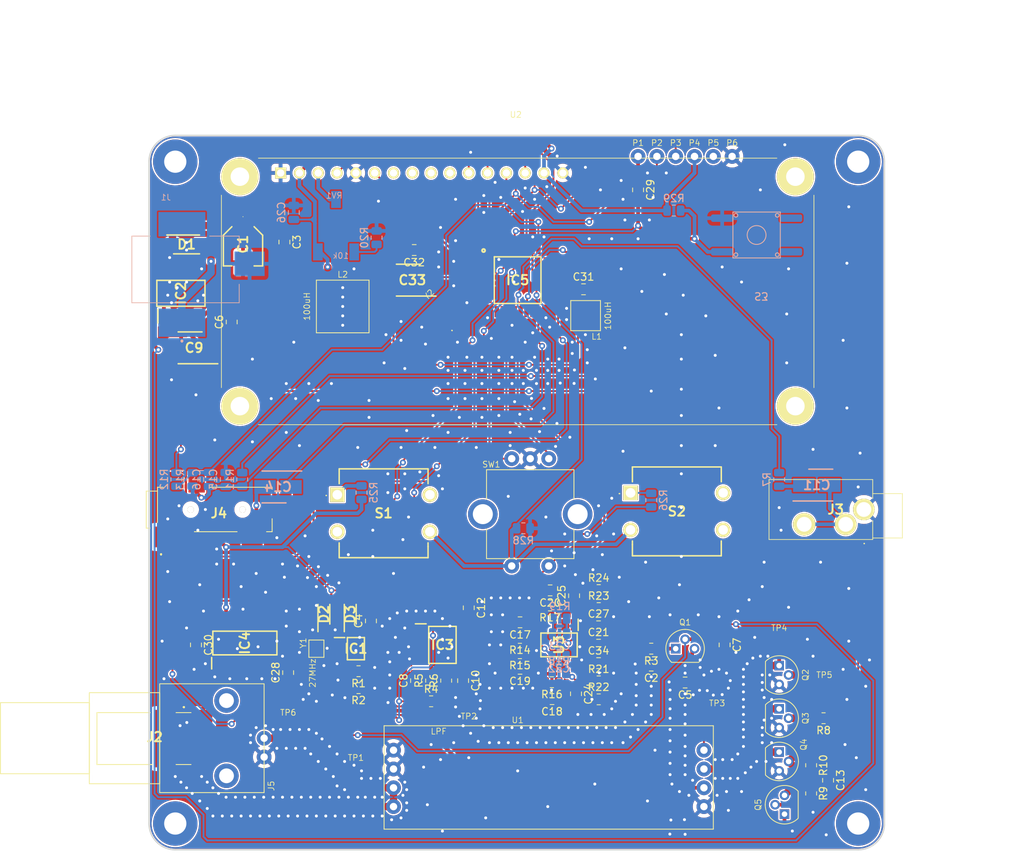
<source format=kicad_pcb>
(kicad_pcb (version 20211014) (generator pcbnew)
  (layers (0 "F.Cu" signal) (31 "B.Cu" signal) (34 "B.Paste" user) (35 "F.Paste" user) (36 "B.SilkS" user "B.Silkscreen") (37 "F.SilkS" user "F.Silkscreen") (38 "B.Mask" user) (39 "F.Mask" user) (44 "Edge.Cuts" user))
  (net 0 "")
  (net 1 "+12V")
  (net 2 "GND")
  (net 3 "Net-(C2-Pad1)")
  (net 4 "F_IN")
  (net 5 "Net-(C4-Pad1)")
  (net 6 "Net-(C5-Pad1)")
  (net 7 "Net-(C5-Pad2)")
  (net 8 "+5V")
  (net 9 "PB0")
  (net 10 "Net-(C8-Pad1)")
  (net 11 "Net-(C10-Pad1)")
  (net 12 "Net-(C11-Pad1)")
  (net 13 "Net-(C11-Pad2)")
  (net 14 "Net-(C13-Pad1)")
  (net 15 "Net-(C14-Pad2)")
  (net 16 "HP_OUT")
  (net 17 "PB4")
  (net 18 "PC2")
  (net 19 "180_deg")
  (net 20 "0_deg")
  (net 21 "90_deg")
  (net 22 "270_deg")
  (net 23 "Net-(C22-Pad1)")
  (net 24 "Net-(C22-Pad2)")
  (net 25 "Net-(C23-Pad2)")
  (net 26 "Net-(C23-Pad1)")
  (net 27 "I")
  (net 28 "Q")
  (net 29 "AREF")
  (net 30 "Net-(C28-Pad2)")
  (net 31 "CTRL_OUT")
  (net 32 "RESET")
  (net 33 "Net-(C29-Pad1)")
  (net 34 "AVCC")
  (net 35 "uC_VCC")
  (net 36 "Net-(D1-Pad2)")
  (net 37 "Net-(D2-Pad1)")
  (net 38 "Net-(IC1-Pad2)")
  (net 39 "Net-(IC1-Pad3)")
  (net 40 "SCL")
  (net 41 "RS")
  (net 42 "CLK2")
  (net 43 "CLK1")
  (net 44 "CLK0")
  (net 49 "Net-(IC4-Pad2)")
  (net 50 "Net-(IC4-Pad3)")
  (net 52 "DB7")
  (net 53 "E")
  (net 54 "Net-(IC5-Pad7)")
  (net 55 "Net-(IC5-Pad8)")
  (net 57 "PD6")
  (net 58 "PD7")
  (net 59 "TX_CTRL_1")
  (net 61 "PB5")
  (net 64 "BUT_STATE")
  (net 65 "DB4")
  (net 66 "DB5")
  (net 67 "DB6")
  (net 69 "Net-(J2-Pad1)")
  (net 73 "/RF_OUT")
  (net 74 "Net-(Q2-Pad2)")
  (net 75 "Net-(Q5-Pad2)")
  (net 76 "Net-(R15-Pad1)")
  (net 77 "Net-(R17-Pad1)")
  (net 78 "Net-(R20-Pad2)")
  (net 79 "Net-(R25-Pad2)")
  (net 80 "Net-(R26-Pad2)")
  (net 81 "Net-(RV1-Pad2)")
  (footprint "user_footprints:C_0805_2012Metric" (layer "F.Cu") (at 83.058 86.868 180)
    (fp_text reference "C2")
    (fp_text value "10nF")
  )
  (footprint "user_footprints:C_0805_2012Metric" (layer "F.Cu") (at 87.63 89.154 180)
    (fp_text reference "C5")
    (fp_text value "10nF")
  )
  (footprint "user_footprints:C_0805_2012Metric" (layer "F.Cu") (at 92.964 84.074 -90)
    (fp_text reference "C7")
    (fp_text value "10nF")
  )
  (footprint "user_footprints:C_0805_2012Metric" (layer "F.Cu") (at 51.308 88.9 90)
    (fp_text reference "C8")
    (fp_text value "100nF")
  )
  (footprint "user_footprints:C_0805_2012Metric" (layer "F.Cu") (at 57.658 88.9 -90)
    (fp_text reference "C10")
    (fp_text value "10nF")
  )
  (footprint "user_footprints:C_0805_2012Metric" (layer "F.Cu") (at 58.42 79.06 -90)
    (fp_text reference "C12")
    (fp_text value "100nF")
  )
  (footprint "user_footprints:C_0805_2012Metric" (layer "F.Cu") (at 106.934 102.362 -90)
    (fp_text reference "C13")
    (fp_text value "10nF")
  )
  (footprint "user_footprints:C_0805_2012Metric" (layer "F.Cu") (at 21.59 84.074 -90)
    (fp_text reference "C30")
    (fp_text value "100nF")
  )
  (footprint "user_footprints:SOP65P640X110-16N" (layer "F.Cu") (at 54.864 84.074)
    (fp_text reference "IC3")
    (fp_text value "FST3253MTCX" hide)
  )
  (footprint "user_footprints:SOIC127P600X175-14N" (layer "F.Cu") (at 28.194 83.82 90)
    (fp_text reference "IC4")
    (fp_text value "MC74AC00DR2G" hide)
  )
  (footprint "user_footprints:CONSMA002SMDGT" (layer "F.Cu") (at 19.912 96.73)
    (fp_text reference "J2")
    (fp_text value "CONSMA002-SMD-G-T" hide)
  )
  (footprint "user_footprints:pin_angled" (layer "F.Cu") (at 81.28 18.288)
    (fp_text reference "P1")
    (fp_text value "DTR")
  )
  (footprint "user_footprints:pin_angled" (layer "F.Cu") (at 88.9 18.288)
    (fp_text reference "P4")
    (fp_text value "VIO")
  )
  (footprint "user_footprints:pin_angled" (layer "F.Cu") (at 91.44 18.288)
    (fp_text reference "P5")
    (fp_text value "CTS")
  )
  (footprint "user_footprints:pin_angled" (layer "F.Cu") (at 93.98 18.288)
    (fp_text reference "P6")
    (fp_text value "GND")
  )
  (footprint "user_footprints:TO-92" (layer "F.Cu") (at 86.36 84.582)
    (fp_text reference "Q1")
    (fp_text value "BS170")
  )
  (footprint "user_footprints:TO-92" (layer "F.Cu") (at 100.33 86.868 -90)
    (fp_text reference "Q2")
    (fp_text value "BS170")
  )
  (footprint "user_footprints:TO-92" (layer "F.Cu") (at 100.33 92.71 -90)
    (fp_text reference "Q3")
    (fp_text value "BS170")
  )
  (footprint "user_footprints:TO-92" (layer "F.Cu") (at 100.33 98.552 -90)
    (fp_text reference "Q4")
    (fp_text value "BS170")
  )
  (footprint "user_footprints:TO-92" (layer "F.Cu") (at 101.05 106.934 90)
    (fp_text reference "Q5")
    (fp_text value "BS170")
  )
  (footprint "user_footprints:R_0805_2012Metric" (layer "F.Cu") (at 83.058 84.582 180)
    (fp_text reference "R3")
    (fp_text value "1k")
  )
  (footprint "user_footprints:R_0805_2012Metric" (layer "F.Cu") (at 53.34 91.694)
    (fp_text reference "R4")
    (fp_text value "10k")
  )
  (footprint "user_footprints:R_0805_2012Metric" (layer "F.Cu") (at 53.34 88.9 90)
    (fp_text reference "R5")
    (fp_text value "10k")
  )
  (footprint "user_footprints:R_0805_2012Metric" (layer "F.Cu") (at 55.372 88.9 90)
    (fp_text reference "R6")
    (fp_text value "1k")
  )
  (footprint "user_footprints:R_0805_2012Metric" (layer "F.Cu") (at 106.3225 93.98 180)
    (fp_text reference "R8")
    (fp_text value "100k")
  )
  (footprint "user_footprints:R_0805_2012Metric" (layer "F.Cu") (at 104.648 104.14 -90)
    (fp_text reference "R9")
    (fp_text value "10k")
  )
  (footprint "user_footprints:R_0805_2012Metric" (layer "F.Cu") (at 104.648 100.33 -90)
    (fp_text reference "R10")
    (fp_text value "10k")
  )
  (footprint "user_footprints:testpoint" (layer "F.Cu") (at 42.164 102.108)
    (fp_text reference "TP1")
    (fp_text value " ")
  )
  (footprint "user_footprints:testpoint" (layer "F.Cu") (at 58.171781 91.937784)
    (fp_text reference "TP2")
    (fp_text value " ")
  )
  (footprint "user_footprints:testpoint" (layer "F.Cu") (at 100.33 83.566)
    (fp_text reference "TP4")
    (fp_text value " ")
  )
  (footprint "user_footprints:testpoint" (layer "F.Cu") (at 106.3225 90.17)
    (fp_text reference "TP5")
    (fp_text value " ")
  )
  (footprint "user_footprints:testpoint" (layer "F.Cu") (at 34.036 91.186 90)
    (fp_text reference "TP6")
    (fp_text value " ")
  )
  (footprint "user_footprints:BPF_board" (layer "F.Cu") (at 46.99 108.966)
    (fp_text reference "U1")
    (fp_text value "LPF")
  )
  (footprint "user_footprints:testpoint" (layer "F.Cu") (at 91.948 89.154)
    (fp_text reference "TP3")
    (fp_text value " ")
  )
  (footprint "user_footprints:pin_angled" (layer "F.Cu") (at 83.82 18.288)
    (fp_text reference "P2")
    (fp_text value "RX")
  )
  (footprint "user_footprints:pin_angled" (layer "F.Cu") (at 86.36 18.288)
    (fp_text reference "P3")
    (fp_text value "TX")
  )
  (footprint "user_footprints:C_0805_2012Metric" (layer "F.Cu") (at 81.28 22.606 -90)
    (fp_text reference "C29")
    (fp_text value "100nF")
  )
  (footprint "user_footprints:C_0805_2012Metric" (layer "F.Cu") (at 75.946 86.541332)
    (fp_text reference "C34")
    (fp_text value "100nF")
  )
  (footprint "user_footprints:SOIC127P600X175-8N" (layer "F.Cu") (at 70.612 84.074 -90)
    (fp_text reference "U3")
    (fp_text value "LM4562" hide)
  )
  (footprint "user_footprints:R_0805_2012Metric" (layer "F.Cu") (at 75.966 76.678)
    (fp_text reference "R24")
    (fp_text value "10k")
  )
  (footprint "user_footprints:R_0805_2012Metric" (layer "F.Cu") (at 75.966 79.106333)
    (fp_text reference "R23")
    (fp_text value "10k")
  )
  (footprint "user_footprints:R_0805_2012Metric" (layer "F.Cu") (at 75.966 88.999665)
    (fp_text reference "R21")
    (fp_text value "10k")
  )
  (footprint "user_footprints:R_0805_2012Metric" (layer "F.Cu") (at 75.966 91.428)
    (fp_text reference "R22")
    (fp_text value "10k")
  )
  (footprint "user_footprints:C_0805_2012Metric" (layer "F.Cu") (at 75.946 84.052999)
    (fp_text reference "C21")
    (fp_text value "100nF")
  )
  (footprint "user_footprints:C_0805_2012Metric" (layer "F.Cu") (at 69.408 76.708 180)
    (fp_text reference "C20")
    (fp_text value "470nF")
  )
  (footprint "user_footprints:C_0805_2012Metric" (layer "F.Cu") (at 65.344 81.026 180)
    (fp_text reference "C17")
    (fp_text value "470nF")
  )
  (footprint "user_footprints:C_0805_2012Metric" (layer "F.Cu") (at 69.662 91.398 180)
    (fp_text reference "C18")
    (fp_text value "470nF")
  )
  (footprint "user_footprints:C_0805_2012Metric" (layer "F.Cu") (at 65.344 87.294855 180)
    (fp_text reference "C19")
    (fp_text value "470nF")
  )
  (footprint "user_footprints:R_0805_2012Metric" (layer "F.Cu") (at 65.324 83.125618 180)
    (fp_text reference "R14")
    (fp_text value "100")
  )
  (footprint "user_footprints:R_0805_2012Metric" (layer "F.Cu") (at 69.388 78.74 180)
    (fp_text reference "R17")
    (fp_text value "100")
  )
  (footprint "user_footprints:R_0805_2012Metric" (layer "F.Cu") (at 69.642 89.113426 180)
    (fp_text reference "R16")
    (fp_text value "100")
  )
  (footprint "user_footprints:R_0805_2012Metric" (layer "F.Cu") (at 65.324 85.195236 180)
    (fp_text reference "R15")
    (fp_text value "100")
  )
  (footprint "user_footprints:C_0805_2012Metric" (layer "F.Cu") (at 75.946 81.564666)
    (fp_text reference "C27")
    (fp_text value "100nF")
  )
  (footprint "user_footprints:C_0805_2012Metric" (layer "F.Cu") (at 72.644 77.428 90)
    (fp_text reference "C25")
    (fp_text value "100nF")
  )
  (footprint "user_footprints:C_0805_2012Metric" (layer "F.Cu") (at 72.898 90.678 -90)
    (fp_text reference "C24")
    (fp_text value "100nF")
  )
  (footprint "user_footprints:830108207209" (layer "F.Cu") (at 55.626 39.37 45)
    (fp_text reference "Y2")
    (fp_text value "20MHz" hide)
  )
  (footprint "user_footprints:EEE0GA101SR" (layer "F.Cu") (at 27.94 30.226 -90)
    (fp_text reference "C1")
    (fp_text value "100uF/16V" hide)
  )
  (footprint "user_footprints:MSS6122-104MLC" (layer "F.Cu") (at 41.402 38.354 90)
    (fp_text reference "L2")
    (fp_text value "100uH")
  )
  (footprint "user_footprints:VLS3010CX-101M-1" (layer "F.Cu") (at 74.168 39.59 180)
    (fp_text reference "L1")
    (fp_text value "100uH")
  )
  (footprint "user_footprints:CAPAE430X470N" (layer "F.Cu") (at 21.336 43.942 180)
    (fp_text reference "C9")
    (fp_text value "10uF/16V" hide)
  )
  (footprint "user_footprints:C_0805_2012Metric" (layer "F.Cu") (at 26.416 40.452 90)
    (fp_text reference "C6")
    (fp_text value "100nF")
  )
  (footprint "user_footprints:CAPAE430X470N" (layer "F.Cu") (at 50.8 34.798 180)
    (fp_text reference "C33")
    (fp_text value "10uF/16V" hide)
  )
  (footprint "user_footprints:C_0805_2012Metric" (layer "F.Cu") (at 73.914 36.034)
    (fp_text reference "C31")
    (fp_text value "100nF")
  )
  (footprint "user_footprints:C_0805_2012Metric" (layer "F.Cu") (at 33.528 29.652 -90)
    (fp_text reference "C3")
    (fp_text value "100nF")
  )
  (footprint "user_footprints:SJ43514SMTTR" (layer "F.Cu") (at 24.13 65.79)
    (fp_text reference "J4")
    (fp_text value "SJ-43514-SMT-TR" hide)
  )
  (footprint "user_footprints:STX31503C1" (layer "F.Cu") (at 111.76 65.782 180)
    (fp_text reference "J3")
    (fp_text value "Headphone_out" hide)
  )
  (footprint "user_footprints:PTS125SM122LFS" (layer "F.Cu") (at 80.264998 63.536)
    (fp_text reference "S2")
    (fp_text value "R_BUT" hide)
  )
  (footprint "user_footprints:PTS125SM122LFS" (layer "F.Cu") (at 40.675 63.79)
    (fp_text reference "S1")
    (fp_text value "L_BUT" hide)
  )
  (footprint "MountingHole:MountingHole_3mm_Pad" (layer "F.Cu") (at 18.796 18.796)
    (fp_text reference " ")
    (fp_text value " ")
  )
  (footprint "MountingHole:MountingHole_3mm_Pad" (layer "F.Cu") (at 18.796 108.204)
    (fp_text reference " ")
    (fp_text value " ")
  )
  (footprint "MountingHole:MountingHole_3mm_Pad" (layer "F.Cu") (at 110.998 18.796)
    (fp_text reference " ")
    (fp_text value " ")
  )
  (footprint "user_footprints:QFP80P900X900X120-32N" (layer "F.Cu") (at 65.02 34.798)
    (fp_text reference "IC5")
    (fp_text value "ATMEGA328P-ANR" hide)
  )
  (footprint "user_footprints:SOT230P700X180-4N" (layer "F.Cu") (at 19.558 36.576 90)
    (fp_text reference "IC2")
    (fp_text value "AZ1117CH" hide)
  )
  (footprint "user_footprints:RC1602BBIWESX" (layer "F.Cu") (at 33.02 20.32)
    (fp_text reference "U2")
    (fp_text value "RC1602A" hide)
  )
  (footprint "user_footprints:PEC11H-4220F-S0024" (layer "F.Cu") (at 66.719999 66.413 180)
    (fp_text reference "SW1")
    (fp_text value "RotaryEncoder")
  )
  (footprint "user_footprints:R_0805_2012Metric" (layer "F.Cu") (at 43.5375 89.916 180)
    (fp_text reference "R2")
    (fp_text value "1k")
  )
  (footprint "user_footprints:R_0805_2012Metric" (layer "F.Cu") (at 43.5375 87.63 180)
    (fp_text reference "R1")
    (fp_text value "1k")
  )
  (footprint "user_footprints:XRCGB27M000F2P01R0" (layer "F.Cu") (at 37.846 84.582 90)
    (fp_text reference "Y1")
    (fp_text value "27MHz")
  )
  (footprint "user_footprints:C_0805_2012Metric" (layer "F.Cu") (at 45.212 80.838 90)
    (fp_text reference "C4")
    (fp_text value "100nF")
  )
  (footprint "user_footprints:SOD3816X135N" (layer "F.Cu") (at 38.862 79.932 90)
    (fp_text reference "D2")
    (fp_text value "1N4148" hide)
  )
  (footprint "user_footprints:SOP50P490X110-10N" (layer "F.Cu") (at 43.18 84.582)
    (fp_text reference "IC1")
    (fp_text value "SI5351A-B-GTR" hide)
  )
  (footprint "user_footprints:SOD3816X135N" (layer "F.Cu") (at 42.418 79.932 90)
    (fp_text reference "D3")
    (fp_text value "1N4148" hide)
  )
  (footprint "user_footprints:SODFL4626X110N" (layer "F.Cu") (at 20.32 29.972)
    (fp_text reference "D1")
    (fp_text value "1N4007F" hide)
  )
  (footprint "user_footprints:C_0805_2012Metric" (layer "F.Cu") (at 34.036 87.818 90)
    (fp_text reference "C28")
    (fp_text value "10nF")
  )
  (footprint "user_footprints:C_0805_2012Metric" (layer "F.Cu") (at 51.054 30.734 180)
    (fp_text reference "C32")
    (fp_text value "100nF")
  )
  (footprint "MountingHole:MountingHole_3mm_Pad" (layer "F.Cu") (at 110.998 108.204)
    (fp_text reference " ")
    (fp_text value " ")
  )
  (footprint "user_footprints:BNC_1-1634613-0" (layer "F.Cu") (at 30.792 104.029 90)
    (fp_text reference "J5")
    (fp_text value "Conn_Coaxial")
  )
  (footprint "user_footprints:R_0805_2012Metric" (layer "B.Cu") (at 70.612 87.884 180)
    (fp_text reference "R18")
    (fp_text value "82k")
  )
  (footprint "user_footprints:R_0805_2012Metric" (layer "B.Cu") (at 70.7155 80.518 180)
    (fp_text reference "R19")
    (fp_text value "82k")
  )
  (footprint "user_footprints:C_0805_2012Metric" (layer "B.Cu") (at 70.678 82.55)
    (fp_text reference "C23")
    (fp_text value "1nF")
  )
  (footprint "user_footprints:C_0805_2012Metric" (layer "B.Cu") (at 70.612 85.598)
    (fp_text reference "C22")
    (fp_text value "1nF")
  )
  (footprint "user_footprints:pushbutton" (layer "B.Cu") (at 97.282 28.702)
    (fp_text reference "S3")
    (fp_text value "RESET")
  )
  (footprint "user_footprints:Potentiometer_Vishay_TS53YJ_Vertical" (layer "B.Cu") (at 40.498 27.438 -90)
    (fp_text reference "RV1")
    (fp_text value "10k")
  )
  (footprint "user_footprints:R_0805_2012Metric" (layer "B.Cu") (at 45.974 29.0595 -90)
    (fp_text reference "R20")
    (fp_text value "1k")
  )
  (footprint "user_footprints:R_0805_2012Metric" (layer "B.Cu") (at 86.106 25.4 180)
    (fp_text reference "R29")
    (fp_text value "10k")
  )
  (footprint "user_footprints:C_0805_2012Metric" (layer "B.Cu") (at 34.798 25.654 -90)
    (fp_text reference "C26")
    (fp_text value "100nF")
  )
  (footprint "user_footprints:CAPAE430X470N" (layer "B.Cu") (at 105.41 62.484)
    (fp_text reference "C11")
    (fp_text value "10uF/16V" hide)
  )
  (footprint "user_footprints:CAPAE430X470N" (layer "B.Cu") (at 32.666995 62.738 180)
    (fp_text reference "C14")
    (fp_text value "10uF/16V" hide)
  )
  (footprint "user_footprints:C_0805_2012Metric" (layer "B.Cu") (at 25.614 61.722 -90)
    (fp_text reference "C15")
    (fp_text value "10nF")
  )
  (footprint "user_footprints:C_0805_2012Metric" (layer "B.Cu") (at 23.3615 61.722 -90)
    (fp_text reference "C16")
    (fp_text value "100nF")
  )
  (footprint "user_footprints:R_0805_2012Metric" (layer "B.Cu") (at 27.8365 61.722 -90)
    (fp_text reference "R11")
    (fp_text value "10k")
  )
  (footprint "user_footprints:R_0805_2012Metric" (layer "B.Cu") (at 100.33 61.722 -90)
    (fp_text reference "R7")
    (fp_text value "470")
  )
  (footprint "user_footprints:R_0805_2012Metric" (layer "B.Cu") (at 18.9465 61.722 -90)
    (fp_text reference "R12")
    (fp_text value "10k")
  )
  (footprint "user_footprints:R_0805_2012Metric" (layer "B.Cu") (at 21.139 61.722 -90)
    (fp_text reference "R13")
    (fp_text value "10k")
  )
  (footprint "user_footprints:R_0805_2012Metric" (layer "B.Cu") (at 43.942 63.5 90)
    (fp_text reference "R25")
    (fp_text value "3.3k")
  )
  (footprint "user_footprints:R_0805_2012Metric" (layer "B.Cu") (at 83.058 64.516 90)
    (fp_text reference "R26")
    (fp_text value "1k")
  )
  (footprint "user_footprints:R_0805_2012Metric" (layer "B.Cu") (at 65.786 68.326)
    (fp_text reference "R28")
    (fp_text value "10k")
  )
  (footprint "user_footprints:RASM722BKZ" (layer "B.Cu") (at 11.938 43.434 90)
    (fp_text reference "J1")
    (fp_text value "+12V" hide)
  )
  (gr_line (start 110.998 15.24) (end 18.796 15.24) (layer "Edge.Cuts") (width 0.1524))
  (gr_line (start 15.24 18.796) (end 15.24 108.204) (layer "Edge.Cuts") (width 0.1524))
  (gr_arc (start 110.998 15.24) (mid 113.512472 16.281528) (end 114.554 18.796) (layer "Edge.Cuts") (width 0.1524))
  (gr_arc (start 18.796 111.76) (mid 16.281528 110.718472) (end 15.24 108.204) (layer "Edge.Cuts") (width 0.1524))
  (gr_line (start 114.554 108.458) (end 114.554 18.796) (layer "Edge.Cuts") (width 0.1524))
  (gr_arc (start 114.554 108.458) (mid 113.424332 110.807203) (end 110.998 111.76) (layer "Edge.Cuts") (width 0.1524))
  (gr_arc (start 15.24 18.796) (mid 16.281528 16.281528) (end 18.796 15.24) (layer "Edge.Cuts") (width 0.1524))
  (gr_line (start 18.796 111.76) (end 110.998 111.76) (layer "Edge.Cuts") (width 0.1524))
  (segment (start 94.488 81.28) (end 95.758 82.55) (width 0.25) (layer "F.Cu") (net 1))
  (segment (start 21.858 39.676) (end 22.554 39.676) (width 0.5) (layer "F.Cu") (net 1))
  (segment (start 25.4 30.616) (end 27.94 28.076) (width 0.5) (layer "F.Cu") (net 1))
  (segment (start 27.296 27.432) (end 27.94 28.076) (width 1) (layer "F.Cu") (net 1))
  (segment (start 25.4 36.83) (end 25.4 30.616) (width 0.5) (layer "F.Cu") (net 1))
  (segment (start 95.758 82.55) (end 95.758 85.598) (width 0.25) (layer "F.Cu") (net 1))
  (segment (start 73.485493 90.678) (end 72.310507 90.678) (width 0.25) (layer "F.Cu") (net 1))
  (segment (start 76.896 84.394) (end 76.896 84.052999) (width 0.25) (layer "F.Cu") (net 1))
  (segment (start 18.42 28.062) (end 19.05 27.432) (width 1) (layer "F.Cu") (net 1))
  (segment (start 77.47 94.234) (end 80.01 91.694) (width 0.25) (layer "F.Cu") (net 1))
  (segment (start 73.152 85.344) (end 75.946 85.344) (width 0.25) (layer "F.Cu") (net 1))
  (segment (start 16.002 31.75) (end 17.78 29.972) (width 0.5) (layer "F.Cu") (net 1))
  (segment (start 19.05 27.432) (end 27.296 27.432) (width 1) (layer "F.Cu") (net 1))
  (segment (start 75.946 85.344) (end 76.896 84.394) (width 0.25) (layer "F.Cu") (net 1))
  (segment (start 74.168 89.995493) (end 73.485493 90.678) (width 0.25) (layer "F.Cu") (net 1))
  (segment (start 95.758 85.598) (end 94.569224 86.786776) (width 0.25) (layer "F.Cu") (net 1))
  (segment (start 94.569224 91.545637) (end 90.17 95.944861) (width 0.25) (layer "F.Cu") (net 1))
  (segment (start 80.01 91.694) (end 80.01 83.312) (width 0.25) (layer "F.Cu") (net 1))
  (segment (start 16.51 44.196) (end 16.002 43.688) (width 0.5) (layer "F.Cu") (net 1))
  (segment (start 27.94 28.076) (end 32.902 28.076) (width 1) (layer "F.Cu") (net 1))
  (segment (start 72.517 85.979) (end 73.152 85.344) (width 0.25) (layer "F.Cu") (net 1))
  (segment (start 71.628 93.218) (end 72.644 94.234) (width 0.25) (layer "F.Cu") (net 1))
  (segment (start 18.42 29.972) (end 18.42 28.062) (width 1) (layer "F.Cu") (net 1))
  (segment (start 17.78 29.972) (end 18.42 29.972) (width 0.5) (layer "F.Cu") (net 1))
  (segment (start 72.517 86.786) (end 73.324 86.786) (width 0.25) (layer "F.Cu") (net 1))
  (segment (start 80.01 83.312) (end 82.042 81.28) (width 0.25) (layer "F.Cu") (net 1))
  (segment (start 71.628 91.360507) (end 71.628 93.218) (width 0.25) (layer "F.Cu") (net 1))
  (segment (start 16.002 43.688) (end 16.002 31.75) (width 0.5) (layer "F.Cu") (net 1))
  (segment (start 72.644 94.234) (end 77.47 94.234) (width 0.25) (layer "F.Cu") (net 1))
  (segment (start 73.324 86.786) (end 74.168 87.63) (width 0.25) (layer "F.Cu") (net 1))
  (segment (start 32.902 28.076) (end 33.528 28.702) (width 1) (layer "F.Cu") (net 1))
  (segment (start 82.042 81.28) (end 94.488 81.28) (width 0.25) (layer "F.Cu") (net 1))
  (segment (start 72.310507 90.678) (end 71.628 91.360507) (width 0.25) (layer "F.Cu") (net 1))
  (segment (start 22.554 39.676) (end 25.4 36.83) (width 0.5) (layer "F.Cu") (net 1))
  (segment (start 74.168 87.63) (end 74.168 89.995493) (width 0.25) (layer "F.Cu") (net 1))
  (segment (start 94.569224 86.786776) (end 94.569224 91.545637) (width 0.25) (layer "F.Cu") (net 1))
  (segment (start 72.517 86.786) (end 72.517 85.979) (width 0.25) (layer "F.Cu") (net 1))
  (segment (start 90.17 95.944861) (end 90.17 98.298) (width 0.25) (layer "F.Cu") (net 1))
  (via (at 94.488 81.28) (size 0.8) (drill 0.4) (layers "F.Cu" "B.Cu") (net 1))
  (via (at 16.51 44.196) (size 0.8) (drill 0.4) (layers "F.Cu" "B.Cu") (net 1))
  (segment (start 105.41 81.28) (end 94.488 81.28) (width 0.25) (layer "B.Cu") (net 1))
  (segment (start 113.03 88.9) (end 105.41 81.28) (width 0.25) (layer "B.Cu") (net 1))
  (segment (start 113.03 100.076) (end 113.03 88.9) (width 0.25) (layer "B.Cu") (net 1))
  (segment (start 16.002 104.14) (end 16.51 104.648) (width 0.25) (layer "B.Cu") (net 1))
  (segment (start 20.225392 104.648) (end 22.606 107.028608) (width 0.25) (layer "B.Cu") (net 1))
  (segment (start 22.606 109.982) (end 23.114 110.49) (width 0.25) (layer "B.Cu") (net 1))
  (segment (start 16.51 104.648) (end 20.225392 104.648) (width 0.25) (layer "B.Cu") (net 1))
  (segment (start 23.114 110.49) (end 102.616 110.49) (width 0.25) (layer "B.Cu") (net 1))
  (segment (start 102.616 110.49) (end 113.03 100.076) (width 0.25) (layer "B.Cu") (net 1))
  (segment (start 16.002 44.704) (end 16.002 104.14) (width 0.25) (layer "B.Cu") (net 1))
  (segment (start 16.51 44.196) (end 16.002 44.704) (width 0.25) (layer "B.Cu") (net 1))
  (segment (start 22.606 107.028608) (end 22.606 109.982) (width 0.25) (layer "B.Cu") (net 1))
  (via (at 97.282 99.822) (size 0.8) (drill 0.4) (layers "F.Cu" "B.Cu") (net 2))
  (via (at 50.292 66.802) (size 0.8) (drill 0.4) (layers "F.Cu" "B.Cu") (net 2))
  (via (at 50.420984 85.963741) (size 0.8) (drill 0.4) (layers "F.Cu" "B.Cu") (net 2))
  (via (at 43.434 57.404) (size 0.8) (drill 0.4) (layers "F.Cu" "B.Cu") (net 2))
  (via (at 24.638 104.14) (size 0.8) (drill 0.4) (layers "F.Cu" "B.Cu") (net 2))
  (via (at 36.576 107.188) (size 0.8) (drill 0.4) (layers "F.Cu" "B.Cu") (net 2))
  (via (at 70.612 45.466) (size 0.8) (drill 0.4) (layers "F.Cu" "B.Cu") (net 2))
  (via (at 37.846 107.188) (size 0.8) (drill 0.4) (layers "F.Cu" "B.Cu") (net 2))
  (via (at 22.86 65.786) (size 0.8) (drill 0.4) (layers "F.Cu" "B.Cu") (net 2))
  (via (at 85.598 92.71) (size 0.8) (drill 0.4) (layers "F.Cu" "B.Cu") (net 2))
  (via (at 49.276 57.404) (size 0.8) (drill 0.4) (layers "F.Cu" "B.Cu") (net 2))
  (via (at 54.356 61.214) (size 0.8) (drill 0.4) (layers "F.Cu" "B.Cu") (net 2))
  (via (at 65.024 97.282) (size 0.8) (drill 0.4) (layers "F.Cu" "B.Cu") (net 2))
  (via (at 60.452 94.996) (size 0.8) (drill 0.4) (layers "F.Cu" "B.Cu") (net 2))
  (via (at 47.498 85.09) (size 0.8) (drill 0.4) (layers "F.Cu" "B.Cu") (net 2))
  (via (at 47.752 86.36) (size 0.8) (drill 0.4) (layers "F.Cu" "B.Cu") (net 2))
  (via (at 79.248 23.876) (size 0.8) (drill 0.4) (layers "F.Cu" "B.Cu") (net 2))
  (via (at 69.088 48.768) (size 0.8) (drill 0.4) (layers "F.Cu" "B.Cu") (net 2))
  (via (at 37.338 82.042) (size 0.8) (drill 0.4) (layers "F.Cu" "B.Cu") (net 2))
  (via (at 66.548 77.724) (size 0.8) (drill 0.4) (layers "F.Cu" "B.Cu") (net 2))
  (via (at 73.152 93.472) (size 0.8) (drill 0.4) (layers "F.Cu" "B.Cu") (net 2))
  (via (at 62.992 82.296) (size 0.8) (drill 0.4) (layers "F.Cu" "B.Cu") (net 2))
  (via (at 80.890207 86.654612) (size 0.8) (drill 0.4) (layers "F.Cu" "B.Cu") (net 2))
  (via (at 52.578 79.502) (size 0.8) (drill 0.4) (layers "F.Cu" "B.Cu") (net 2))
  (via (at 64.008 55.372) (size 0.8) (drill 0.4) (layers "F.Cu" "B.Cu") (net 2))
  (via (at 111.252 58.166) (size 0.8) (drill 0.4) (layers "F.Cu" "B.Cu") (net 2))
  (via (at 79.502 43.942) (size 0.8) (drill 0.4) (layers "F.Cu" "B.Cu") (net 2))
  (via (at 54.864 83.312) (size 0.8) (drill 0.4) (layers "F.Cu" "B.Cu") (net 2))
  (via (at 68.834 39.878) (size 0.8) (drill 0.4) (layers "F.Cu" "B.Cu") (net 2))
  (via (at 44.958 51.054) (size 0.8) (drill 0.4) (layers "F.Cu" "B.Cu") (net 2))
  (via (at 20.354541 94.55771) (size 0.8) (drill 0.4) (layers "F.Cu" "B.Cu") (net 2))
  (via (at 68.834 97.282) (size 0.8) (drill 0.4) (layers "F.Cu" "B.Cu") (net 2))
  (via (at 71.628 40.132) (size 0.8) (drill 0.4) (layers "F.Cu" "B.Cu") (net 2))
  (via (at 65.024 101.092) (size 0.8) (drill 0.4) (layers "F.Cu" "B.Cu") (net 2))
  (via (at 81.28 29.21) (size 0.8) (drill 0.4) (layers "F.Cu" "B.Cu") (net 2))
  (via (at 58.166 45.212) (size 0.8) (drill 0.4) (layers "F.Cu" "B.Cu") (net 2))
  (via (at 28.956 96.266) (size 0.8) (drill 0.4) (layers "F.Cu" "B.Cu") (net 2))
  (via (at 44.196 107.188) (size 0.8) (drill 0.4) (layers "F.Cu" "B.Cu") (net 2))
  (via (at 32.512 69.596) (size 0.8) (drill 0.4) (layers "F.Cu" "B.Cu") (net 2))
  (via (at 78.994 21.336) (size 0.8) (drill 0.4) (layers "F.Cu" "B.Cu") (net 2))
  (via (at 89.408 80.01) (size 0.8) (drill 0.4) (layers "F.Cu" "B.Cu") (net 2))
  (via (at 95.25 103.886) (size 0.8) (drill 0.4) (layers "F.Cu" "B.Cu") (net 2))
  (via (at 35.56 85.09) (size 0.8) (drill 0.4) (layers "F.Cu" "B.Cu") (net 2))
  (via (at 95.504 95.504) (size 0.8) (drill 0.4) (layers "F.Cu" "B.Cu") (net 2))
  (via (at 81.026 90.932) (size 0.8) (drill 0.4) (layers "F.Cu" "B.Cu") (net 2))
  (via (at 78.74 74.93) (size 0.8) (drill 0.4) (layers "F.Cu" "B.Cu") (net 2))
  (via (at 77.978 87.884) (size 0.8) (drill 0.4) (layers "F.Cu" "B.Cu") (net 2))
  (via (at 60.198 46.99) (size 0.8) (drill 0.4) (layers "F.Cu" "B.Cu") (net 2))
  (via (at 37.846 96.012) (size 0.8) (drill 0.4) (layers "F.Cu" "B.Cu") (net 2))
  (via (at 71.882 95.25) (size 0.8) (drill 0.4) (layers "F.Cu" "B.Cu") (net 2))
  (via (at 37.846 76.2) (size 0.8) (drill 0.4) (layers "F.Cu" "B.Cu") (net 2))
  (via (at 41.656 103.632) (size 0.8) (drill 0.4) (layers "F.Cu" "B.Cu") (net 2))
  (via (at 33.274 85.598) (size 0.8) (drill 0.4) (layers "F.Cu" "B.Cu") (net 2))
  (via (at 32.512 83.566) (size 0.8) (drill 0.4) (layers "F.Cu" "B.Cu") (net 2))
  (via (at 19.442794 94.984486) (size 0.8) (drill 0.4) (layers "F.Cu" "B.Cu") (net 2))
  (via (at 98.044 76.2) (size 0.8) (drill 0.4) (layers "F.Cu" "B.Cu") (net 2))
  (via (at 90.622355 90.251294) (size 0.8) (drill 0.4) (layers "F.Cu" "B.Cu") (net 2))
  (via (at 62.484 46.99) (size 0.8) (drill 0.4) (layers "F.Cu" "B.Cu") (net 2))
  (via (at 74.168 42.164) (size 0.8) (drill 0.4) (layers "F.Cu" "B.Cu") (net 2))
  (via (at 39.624 104.648) (size 0.8) (drill 0.4) (layers "F.Cu" "B.Cu") (net 2))
  (via (at 85.09 39.37) (size 0.8) (drill 0.4) (layers "F.Cu" "B.Cu") (net 2))
  (via (at 98.044 95.25) (size 0.8) (drill 0.4) (layers "F.Cu" "B.Cu") (net 2))
  (via (at 52.324 100.584) (size 0.8) (drill 0.4) (layers "F.Cu" "B.Cu") (net 2))
  (via (at 82.804 80.264) (size 0.8) (drill 0.4) (layers "F.Cu" "B.Cu") (net 2))
  (via (at 67.31 23.876) (size 0.8) (drill 0.4) (layers "F.Cu" "B.Cu") (net 2))
  (via (at 44.958 53.34) (size 0.8) (drill 0.4) (layers "F.Cu" "B.Cu") (net 2))
  (via (at 56.642 91.186) (size 0.8) (drill 0.4) (layers "F.Cu" "B.Cu") (net 2))
  (via (at 41.656 99.822) (size 0.8) (drill 0.4) (layers "F.Cu" "B.Cu") (net 2))
  (via (at 27.94 79.248) (size 0.8) (drill 0.4) (layers "F.Cu" "B.Cu") (net 2))
  (via (at 45.72 87.122) (size 0.8) (drill 0.4) (layers "F.Cu" "B.Cu") (net 2))
  (via (at 29.464 104.648) (size 0.8) (drill 0.4) (layers "F.Cu" "B.Cu") (net 2))
  (via (at 83.058 88.392) (size 0.8) (drill 0.4) (layers "F.Cu" "B.Cu") (net 2))
  (via (at 73.152 95.25) (size 0.8) (drill 0.4) (layers "F.Cu" "B.Cu") (net 2))
  (via (at 64.516 35.052) (size 0.8) (drill 0.4) (layers "F.Cu" "B.Cu") (net 2))
  (via (at 95.504 93.472) (size 0.8) (drill 0.4) (layers "F.Cu" "B.Cu") (net 2))
  (via (at 76.454 71.882) (size 0.8) (drill 0.4) (layers "F.Cu" "B.Cu") (net 2))
  (via (at 20.32 30.734) (size 0.8) (drill 0.4) (layers "F.Cu" "B.Cu") (net 2))
  (via (at 64.61174 51.21889) (size 0.8) (drill 0.4) (layers "F.Cu" "B.Cu") (net 2))
  (via (at 17.272 88.646) (size 0.8) (drill 0.4) (layers "F.Cu" "B.Cu") (net 2))
  (via (at 29.718 95.25) (size 0.8) (drill 0.4) (layers "F.Cu" "B.Cu") (net 2))
  (via (at 75.0535 91.428) (size 0.8) (drill 0.4) (layers "F.Cu" "B.Cu") (net 2))
  (via (at 65.3101 52.916292) (size 0.8) (drill 0.4) (layers "F.Cu" "B.Cu") (net 2))
  (via (at 45.466 72.136) (size 0.8) (drill 0.4) (layers "F.Cu" "B.Cu") (net 2))
  (via (at 36.64616 74.983533) (size 0.8) (drill 0.4) (layers "F.Cu" "B.Cu") (net 2))
  (via (at 64.262 46.99) (size 0.8) (drill 0.4) (layers "F.Cu" "B.Cu") (net 2))
  (via (at 41.402 40.894) (size 0.8) (drill 0.4) (layers "F.Cu" "B.Cu") (net 2))
  (via (at 60.706 107.442) (size 0.8) (drill 0.4) (layers "F.Cu" "B.Cu") (net 2))
  (via (at 47.244 42.164) (size 0.8) (drill 0.4) (layers "F.Cu" "B.Cu") (net 2))
  (via (at 92.202 87.376) (size 0.8) (drill 0.4) (layers "F.Cu" "B.Cu") (net 2))
  (via (at 74.422 45.974) (size 0.8) (drill 0.4) (layers "F.Cu" "B.Cu") (net 2))
  (via (at 62.992 80.01) (size 0.8) (drill 0.4) (layers "F.Cu" "B.Cu") (net 2))
  (via (at 99.314 93.98) (size 0.8) (drill 0.4) (layers "F.Cu" "B.Cu") (net 2))
  (via (at 43.942 101.092) (size 0.8) (drill 0.4) (layers "F.Cu" "B.Cu") (net 2))
  (via (at 87.63 97.79) (size 0.8) (drill 0.4) (layers "F.Cu" "B.Cu") (net 2))
  (via (at 62.484 50.8) (size 0.8) (drill 0.4) (layers "F.Cu" "B.Cu") (net 2))
  (via (at 72.817303 74.579599) (size 0.8) (drill 0.4) (layers "F.Cu" "B.Cu") (net 2))
  (via (at 85.469466 89.082839) (size 0.8) (drill 0.4) (layers "F.Cu" "B.Cu") (net 2))
  (via (at 83.058 49.784) (size 0.8) (drill 0.4) (layers "F.Cu" "B.Cu") (net 2))
  (via (at 40.132 101.854) (size 0.8) (drill 0.4) (layers "F.Cu" "B.Cu") (net 2))
  (via (at 40.761771 88.826033) (size 0.8) (drill 0.4) (layers "F.Cu" "B.Cu") (net 2))
  (via (at 40.64 98.806) (size 0.8) (drill 0.4) (layers "F.Cu" "B.Cu") (net 2))
  (via (at 49.77915 81.788) (size 0.8) (drill 0.4) (layers "F.Cu" "B.Cu") (net 2))
  (via (at 89.662 86.106) (size 0.8) (drill 0.4) (layers "F.Cu" "B.Cu") (net 2))
  (via (at 55.626 85.852) (size 0.8) (drill 0.4) (layers "F.Cu" "B.Cu") (net 2))
  (via (at 41.402 39.624) (size 0.8) (drill 0.4) (layers "F.Cu" "B.Cu") (net 2))
  (via (at 38.122169 73.511303) (size 0.8) (drill 0.4) (layers "F.Cu" "B.Cu") (net 2))
  (via (at 59.436 88.138) (size 0.8) (drill 0.4) (layers "F.Cu" "B.Cu") (net 2))
  (via (at 54.61 27.686) (size 0.8) (drill 0.4) (layers "F.Cu" "B.Cu") (net 2))
  (via (at 20.32 29.718) (size 0.8) (drill 0.4) (layers "F.Cu" "B.Cu") (net 2))
  (via (at 100.33 65.532) (size 0.8) (drill 0.4) (layers "F.Cu" "B.Cu") (net 2))
  (via (at 93.726 88.9) (size 0.8) (drill 0.4) (layers "F.Cu" "B.Cu") (net 2))
  (via (at 71.374 73.406) (size 0.8) (drill 0.4) (layers "F.Cu" "B.Cu") (net 2))
  (via (at 42.164 71.882) (size 0.8) (drill 0.4) (layers "F.Cu" "B.Cu") (net 2))
  (via (at 35.56 57.15) (size 0.8) (drill 0.4) (layers "F.Cu" "B.Cu") (net 2))
  (via (at 59.436 93.98) (size 0.8) (drill 0.4) (layers "F.Cu" "B.Cu") (net 2))
  (via (at 41.402 38.354) (size 0.8) (drill 0.4) (layers "F.Cu" "B.Cu") (net 2))
  (via (at 26.924 104.648) (size 0.8) (drill 0.4) (layers "F.Cu" "B.Cu") (net 2))
  (via (at 52.832 105.664) (size 0.8) (drill 0.4) (layers "F.Cu" "B.Cu") (net 2))
  (via (at 22.352 33.274) (size 0.8) (drill 0.4) (layers "F.Cu" "B.Cu") (net 2))
  (via (at 34.036 107.188) (size 0.8) (drill 0.4) (layers "F.Cu" "B.Cu") (net 2))
  (via (at 83.312 23.622) (size 0.8) (drill 0.4) (layers "F.Cu" "B.Cu") (net 2))
  (via (at 100.584 68.58) (size 0.8) (drill 0.4) (layers "F.Cu" "B.Cu") (net 2))
  (via (at 26.162 88.646) (size 0.8) (drill 0.4) (layers "F.Cu" "B.Cu") (net 2))
  (via (at 36.83 72.136) (size 0.8) (drill 0.4) (layers "F.Cu" "B.Cu") (net 2))
  (via (at 83.058 93.472) (size 0.8) (drill 0.4) (layers "F.Cu" "B.Cu") (net 2))
  (via (at 61.214 84.074) (size 0.8) (drill 0.4) (layers "F.Cu" "B.Cu") (net 2))
  (via (at 74.422 95.25) (size 0.8) (drill 0.4) (layers "F.Cu" "B.Cu") (net 2))
  (via (at 47.752 80.518) (size 0.8) (drill 0.4) (layers "F.Cu" "B.Cu") (net 2))
  (via (at 49.53 104.394) (size 0.8) (drill 0.4) (layers "F.Cu" "B.Cu") (net 2))
  (via (at 61.976 87.884) (size 0.8) (drill 0.4) (layers "F.Cu" "B.Cu") (net 2))
  (via (at 71.374 69.088) (size 0.8) (drill 0.4) (layers "F.Cu" "B.Cu") (net 2))
  (via (at 17.78 67.056) (size 0.8) (drill 0.4) (layers "F.Cu" "B.Cu") (net 2))
  (via (at 47.752 88.138) (size 0.8) (drill 0.4) (layers "F.Cu" "B.Cu") (net 2))
  (via (at 83.058 92.202) (size 0.8) (drill 0.4) (layers "F.Cu" "B.Cu") (net 2))
  (via (at 87.122 72.136) (size 0.8) (drill 0.4) (layers "F.Cu" "B.Cu") (net 2))
  (via (at 87.541517 107.683232) (size 0.8) (drill 0.4) (layers "F.Cu" "B.Cu") (net 2))
  (via (at 75.438 102.87) (size 0.8) (drill 0.4) (layers "F.Cu" "B.Cu") (net 2))
  (via (at 96.52 100.584) (size 0.8) (drill 0.4) (layers "F.Cu" "B.Cu") (net 2))
  (via (at 91.694 44.958) (size 0.8) (drill 0.4) (layers "F.Cu" "B.Cu") (net 2))
  (via (at 108.966 87.376) (size 0.8) (drill 0.4) (layers "F.Cu" "B.Cu") (net 2))
  (via (at 75.184 73.914) (size 0.8) (drill 0.4) (layers "F.Cu" "B.Cu") (net 2))
  (via (at 76.962 95.25) (size 0.8) (drill 0.4) (layers "F.Cu" "B.Cu") (net 2))
  (via (at 33.782 55.372) (size 0.8) (drill 0.4) (layers "F.Cu" "B.Cu") (net 2))
  (via (at 60.452 25.654) (size 0.8) (drill 0.4) (layers "F.Cu" "B.Cu") (net 2))
  (via (at 60.198 78.232) (size 0.8) (drill 0.4) (layers "F.Cu" "B.Cu") (net 2))
  (via (at 18.034 31.75) (size 0.8) (drill 0.4) (layers "F.Cu" "B.Cu") (net 2))
  (via (at 56.642 29.464) (size 0.8) (drill 0.4) (layers "F.Cu" "B.Cu") (net 2))
  (via (at 42.164 104.648) (size 0.8) (drill 0.4) (layers "F.Cu" "B.Cu") (net 2))
  (via (at 50.038 105.41) (size 0.8) (drill 0.4) (layers "F.Cu" "B.Cu") (net 2))
  (via (at 67.564 48.768) (size 0.8) (drill 0.4) (layers "F.Cu" "B.Cu") (net 2))
  (via (at 64.262 89.916) (size 0.8) (drill 0.4) (layers "F.Cu" "B.Cu") (net 2))
  (via (at 41.402 35.814) (size 0.8) (drill 0.4) (layers "F.Cu" "B.Cu") (net 2))
  (via (at 23.114 102.616) (size 0.8) (drill 0.4) (layers "F.Cu" "B.Cu") (net 2))
  (via (at 92.71 102.108) (size 0.8) (drill 0.4) (layers "F.Cu" "B.Cu") (net 2))
  (via (at 78.994 33.274) (size 0.8) (drill 0.4) (layers "F.Cu" "B.Cu") (net 2))
  (via (at 76.454 97.282) (size 0.8) (drill 0.4) (layers "F.Cu" "B.Cu") (net 2))
  (via (at 36.322 98.044) (size 0.8) (drill 0.4) (layers "F.Cu" "B.Cu") (net 2))
  (via (at 104.902 57.658) (size 0.8) (drill 0.4) (layers "F.Cu" "B.Cu") (net 2))
  (via (at 43.688 83.058) (size 0.8) (drill 0.4) (layers "F.Cu" "B.Cu") (net 2))
  (via (at 92.202 80.264) (size 0.8) (drill 0.4) (layers "F.Cu" "B.Cu") (net 2))
  (via (at 36.068 91.44) (size 0.8) (drill 0.4) (layers "F.Cu" "B.Cu") (net 2))
  (via (at 82.55 20.32) (size 0.8) (drill 0.4) (layers "F.Cu" "B.Cu") (net 2))
  (via (at 50.038 55.118) (size 0.8) (drill 0.4) (layers "F.Cu" "B.Cu") (net 2))
  (via (at 80.01 78.232) (size 0.8) (drill 0.4) (layers "F.Cu" "B.Cu") (net 2))
  (via (at 78.232 91.694) (size 0.8) (drill 0.4) (layers "F.Cu" "B.Cu") (net 2))
  (via (at 64.008 77.724) (size 0.8) (drill 0.4) (layers "F.Cu" "B.Cu") (net 2))
  (via (at 71.628 38.608) (size 0.8) (drill 0.4) (layers "F.Cu" "B.Cu") (net 2))
  (via (at 22.098 75.946) (size 0.8) (drill 0.4) (layers "F.Cu" "B.Cu") (net 2))
  (via (at 33.782 81.534) (size 0.8) (drill 0.4) (layers "F.Cu" "B.Cu") (net 2))
  (via (at 41.697767 91.207246) (size 0.8) (drill 0.4) (layers "F.Cu" "B.Cu") (net 2))
  (via (at 62.992 95.25) (size 0.8) (drill 0.4) (layers "F.Cu" "B.Cu") (net 2))
  (via (at 68.58 28.956) (size 0.8) (drill 0.4) (layers "F.Cu" "B.Cu") (net 2))
  (via (at 24.13 56.388) (size 0.8) (drill 0.4) (layers "F.Cu" "B.Cu") (net 2))
  (via (at 61.214 97.282) (size 0.8) (drill 0.4) (layers "F.Cu" "B.Cu") (net 2))
  (via (at 81.28 95.504) (size 0.8) (drill 0.4) (layers "F.Cu" "B.Cu") (net 2))
  (via (at 72.688307 46.936751) (size 0.8) (drill 0.4) (layers "F.Cu" "B.Cu") (net 2))
  (via (at 68.578812 52.130637) (size 0.8) (drill 0.4) (layers "F.Cu" "B.Cu") (net 2))
  (via (at 109.728 83.566) (size 0.8) (drill 0.4) (layers "F.Cu" "B.Cu") (net 2))
  (via (at 35.56 82.296) (size 0.8) (drill 0.4) (layers "F.Cu" "B.Cu") (net 2))
  (via (at 65.786 46.99) (size 0.8) (drill 0.4) (layers "F.Cu" "B.Cu") (net 2))
  (via (at 87.122 49.53) (size 0.8) (drill 0.4) (layers "F.Cu" "B.Cu") (net 2))
  (via (at 39.116 107.188) (size 0.8) (drill 0.4) (layers "F.Cu" "B.Cu") (net 2))
  (via (at 83.058 90.932) (size 0.8) (drill 0.4) (layers "F.Cu" "B.Cu") (net 2))
  (via (at 70.358 18.034) (size 0.8) (drill 0.4) (layers "F.Cu" "B.Cu") (net 2))
  (via (at 33.782 48.768) (size 0.8) (drill 0.4) (layers "F.Cu" "B.Cu") (net 2))
  (via (at 68.072 95.25) (size 0.8) (drill 0.4) (layers "F.Cu" "B.Cu") (net 2))
  (via (at 70.612 95.25) (size 0.8) (drill 0.4) (layers "F.Cu" "B.Cu") (net 2))
  (via (at 39.624 97.79) (size 0.8) (drill 0.4) (layers "F.Cu" "B.Cu") (net 2))
  (via (at 75.184 97.282) (size 0.8) (drill 0.4) (layers "F.Cu" "B.Cu") (net 2))
  (via (at 109.474 32.512) (size 0.8) (drill 0.4) (layers "F.Cu" "B.Cu") (net 2))
  (via (at 70.767817 48.702049) (size 0.8) (drill 0.4) (layers "F.Cu" "B.Cu") (net 2))
  (via (at 18.796 101.854) (size 0.8) (drill 0.4) (layers "F.Cu" "B.Cu") (net 2))
  (via (at 45.466 107.188) (size 0.8) (drill 0.4) (layers "F.Cu" "B.Cu") (net 2))
  (via (at 85.598 97.028) (size 0.8) (drill 0.4) (layers "F.Cu" "B.Cu") (net 2))
  (via (at 78.232 95.25) (size 0.8) (drill 0.4) (layers "F.Cu" "B.Cu") (net 2))
  (via (at 43.434 104.648) (size 0.8) (drill 0.4) (layers "F.Cu" "B.Cu") (net 2))
  (via (at 17.78 36.83) (size 0.8) (drill 0.4) (layers "F.Cu" "B.Cu") (net 2))
  (via (at 77.724 64.262) (size 0.8) (drill 0.4) (layers "F.Cu" "B.Cu") (net 2))
  (via (at 33.274 73.152) (size 0.8) (drill 0.4) (layers "F.Cu" "B.Cu") (net 2))
  (via (at 56.388 32.258) (size 0.8) (drill 0.4) (layers "F.Cu" "B.Cu") (net 2))
  (via (at 32.258 88.646) (size 0.8) (drill 0.4) (layers "F.Cu" "B.Cu") (net 2))
  (via (at 37.084 104.648) (size 0.8) (drill 0.4) (layers "F.Cu" "B.Cu") (net 2))
  (via (at 18.034 78.232) (size 0.8) (drill 0.4) (layers "F.Cu" "B.Cu") (net 2))
  (via (at 66.832912 53.537056) (size 0.8) (drill 0.4) (layers "F.Cu" "B.Cu") (net 2))
  (via (at 18.288 37.846) (size 0.8) (drill 0.4) (layers "F.Cu" "B.Cu") (net 2))
  (via (at 56.642 92.456) (size 0.8) (drill 0.4) (layers "F.Cu" "B.Cu") (net 2))
  (via (at 42.926 100.33) (size 0.8) (drill 0.4) (layers "F.Cu" "B.Cu") (net 2))
  (via (at 85.598 101.6) (size 0.8) (drill 0.4) (layers "F.Cu" "B.Cu") (net 2))
  (via (at 64.262 40.894) (size 0.8) (drill 0.4) (layers "F.Cu" "B.Cu") (net 2))
  (via (at 80.518 93.472) (size 0.8) (drill 0.4) (layers "F.Cu" "B.Cu") (net 2))
  (via (at 28.194 104.648) (size 0.8) (drill 0.4) (layers "F.Cu" "B.Cu") (net 2))
  (via (at 44.45 104.648) (size 0.8) (drill 0.4) (layers "F.Cu" "B.Cu") (net 2))
  (via (at 39.37 74.676) (size 0.8) (drill 0.4) (layers "F.Cu" "B.Cu") (net 2))
  (via (at 37.846 91.694) (size 0.8) (drill 0.4) (layers "F.Cu" "B.Cu") (net 2))
  (via (at 74.422 44.196) (size 0.8) (drill 0.4) (layers "F.Cu" "B.Cu") (net 2))
  (via (at 66.04 22.352) (size 0.8) (drill 0.4) (layers "F.Cu" "B.Cu") (net 2))
  (via (at 96.774 85.852) (size 0.8) (drill 0.4) (layers "F.Cu" "B.Cu") (net 2))
  (via (at 72.39 44.704) (size 0.8) (drill 0.4) (layers "F.Cu" "B.Cu") (net 2))
  (via (at 57.912 48.768) (size 0.8) (drill 0.4) (layers "F.Cu" "B.Cu") (net 2))
  (via (at 42.926 107.188) (size 0.8) (drill 0.4) (layers "F.Cu" "B.Cu") (net 2))
  (via (at 45.212 102.108) (size 0.8) (drill 0.4) (layers "F.Cu" "B.Cu") (net 2))
  (via (at 26.67 73.152) (size 0.8) (drill 0.4) (layers "F.Cu" "B.Cu") (net 2))
  (via (at 29.972 84.328) (size 0.8) (drill 0.4) (layers "F.Cu" "B.Cu") (net 2))
  (via (at 98.044 90.17) (size 0.8) (drill 0.4) (layers "F.Cu" "B.Cu") (net 2))
  (via (at 89.662 87.122) (size 0.8) (drill 0.4) (layers "F.Cu" "B.Cu") (net 2))
  (via (at 21.59 50.292) (size 0.8) (drill 0.4) (layers "F.Cu" "B.Cu") (net 2))
  (via (at 84.074 77.724) (size 0.8) (drill 0.4) (layers "F.Cu" "B.Cu") (net 2))
  (via (at 75.946 65.278) (size 0.8) (drill 0.4) (layers "F.Cu" "B.Cu") (net 2))
  (via (at 105.918 72.898) (size 0.8) (drill 0.4) (layers "F.Cu" "B.Cu") (net 2))
  (via (at 87.122 60.96) (size 0.8) (drill 0.4) (layers "F.Cu" "B.Cu") (net 2))
  (via (at 92.202 52.07) (size 0.8) (drill 0.4) (layers "F.Cu" "B.Cu") (net 2))
  (via (at 85.708322 107.731729) (size 0.8) (drill 0.4) (layers "F.Cu" "B.Cu") (net 2))
  (via (at 85.09 20.32) (size 0.8) (drill 0.4) (layers "F.Cu" "B.Cu") (net 2))
  (via (at 49.784 62.992) (size 0.8) (drill 0.4) (layers "F.Cu" "B.Cu") (net 2))
  (via (at 21.336 87.376) (size 0.8) (drill 0.4) (layers "F.Cu" "B.Cu") (net 2))
  (via (at 48.514 83.058) (size 0.8) (drill 0.4) (layers "F.Cu" "B.Cu") (net 2))
  (via (at 69.088 45.466) (size 0.8) (drill 0.4) (layers "F.Cu" "B.Cu") (net 2))
  (via (at 97.028 83.058) (size 0.8) (drill 0.4) (layers "F.Cu" "B.Cu") (net 2))
  (via (at 31.496 107.188) (size 0.8) (drill 0.4) (layers "F.Cu" "B.Cu") (net 2))
  (via (at 29.21 56.642) (size 0.8) (drill 0.4) (layers "F.Cu" "B.Cu") (net 2))
  (via (at 28.956 97.282) (size 0.8) (drill 0.4) (layers "F.Cu" "B.Cu") (net 2))
  (via (at 93.472 106.426) (size 0.8) (drill 0.4) (layers "F.Cu" "B.Cu") (net 2))
  (via (at 67.056 41.91) (size 0.8) (drill 0.4) (layers "F.Cu" "B.Cu") (net 2))
  (via (at 35.814 104.648) (size 0.8) (drill 0.4) (layers "F.Cu" "B.Cu") (net 2))
  (via (at 87.63 100.33) (size 0.8) (drill 0.4) (layers "F.Cu" "B.Cu") (net 2))
  (via (at 87.63 92.202) (size 0.8) (drill 0.4) (layers "F.Cu" "B.Cu") (net 2))
  (via (at 112.522 86.106) (size 0.8) (drill 0.4) (layers "F.Cu" "B.Cu") (net 2))
  (via (at 50.038 106.426) (size 0.8) (drill 0.4) (layers "F.Cu" "B.Cu") (net 2))
  (via (at 49.022 85.09) (size 0.8) (drill 0.4) (layers "F.Cu" "B.Cu") (net 2))
  (via (at 87.122 57.15) (size 0.8) (drill 0.4) (layers "F.Cu" "B.Cu") (net 2))
  (via (at 66.294 97.282) (size 0.8) (drill 0.4) (layers "F.Cu" "B.Cu") (net 2))
  (via (at 98.044 96.266) (size 0.8) (drill 0.4) (layers "F.Cu" "B.Cu") (net 2))
  (via (at 30.48 88.646) (size 0.8) (drill 0.4) (layers "F.Cu" "B.Cu") (net 2))
  (via (at 43.18 84.836) (size 0.8) (drill 0.4) (layers "F.Cu" "B.Cu") (net 2))
  (via (at 85.598 93.98) (size 0.8) (drill 0.4) (layers "F.Cu" "B.Cu") (net 2))
  (via (at 109.474 52.07) (size 0.8) (drill 0.4) (layers "F.Cu" "B.Cu") (net 2))
  (via (at 81.026 89.408) (size 0.8) (drill 0.4) (layers "F.Cu" "B.Cu") (net 2))
  (via (at 28.448 88.646) (size 0.8) (drill 0.4) (layers "F.Cu" "B.Cu") (net 2))
  (via (at 93.218 103.886) (size 0.8) (drill 0.4) (layers "F.Cu" "B.Cu") (net 2))
  (via (at 62.484 97.282) (size 0.8) (drill 0.4) (layers "F.Cu" "B.Cu") (net 2))
  (via (at 74.93 93.472) (size 0.8) (drill 0.4) (layers "F.Cu" "B.Cu") (net 2))
  (via (at 40.386 107.188) (size 0.8) (drill 0.4) (layers "F.Cu" "B.Cu") (net 2))
  (via (at 62.738 89.916) (size 0.8) (drill 0.4) (layers "F.Cu" "B.Cu") (net 2))
  (via (at 39.878 48.768) (size 0.8) (drill 0.4) (layers "F.Cu" "B.Cu") (net 2))
  (via (at 96.012 86.614) (size 0.8) (drill 0.4) (layers "F.Cu" "B.Cu") (net 2))
  (via (at 49.276 42.926) (size 0.8) (drill 0.4) (layers "F.Cu" "B.Cu") (net 2))
  (via (at 90.17 88.138) (size 0.8) (drill 0.4) (layers "F.Cu" "B.Cu") (net 2))
  (via (at 23.876 103.378) (size 0.8) (drill 0.4) (layers "F.Cu" "B.Cu") (net 2))
  (via (at 82.296 94.488) (size 0.8) (drill 0.4) (layers "F.Cu" "B.Cu") (net 2))
  (via (at 46.736 81.534) (size 0.8) (drill 0.4) (layers "F.Cu" "B.Cu") (net 2))
  (via (at 62.738 77.724) (size 0.8) (drill 0.4) (layers "F.Cu" "B.Cu") (net 2))
  (via (at 46.228 24.13) (size 0.8) (drill 0.4) (layers "F.Cu" "B.Cu") (net 2))
  (via (at 58.166 37.846) (size 0.8) (drill 0.4) (layers "F.Cu" "B.Cu") (net 2))
  (via (at 64.262 95.25) (size 0.8) (drill 0.4) (layers "F.Cu" "B.Cu") (net 2))
  (via (at 33.782 79.502) (size 0.8) (drill 0.4) (layers "F.Cu" "B.Cu") (net 2))
  (via (at 53.848 79.502) (size 0.8) (drill 0.4) (layers "F.Cu" "B.Cu") (net 2))
  (via (at 88.721766 90.816) (size 0.8) (drill 0.4) (layers "F.Cu" "B.Cu") (net 2))
  (via (at 91.694 99.568) (size 0.8) (drill 0.4) (layers "F.Cu" "B.Cu") (net 2))
  (via (at 30.988 94.996) (size 0.8) (drill 0.4) (layers "F.Cu" "B.Cu") (net 2))
  (via (at 50.038 79.502) (size 0.8) (drill 0.4) (layers "F.Cu" "B.Cu") (net 2))
  (via (at 45.466 68.58) (size 0.8) (drill 0.4) (layers "F.Cu" "B.Cu") (net 2))
  (via (at 76.708 93.472) (size 0.8) (drill 0.4) (layers "F.Cu" "B.Cu") (net 2))
  (via (at 72.644 97.282) (size 0.8) (drill 0.4) (layers "F.Cu" "B.Cu") (net 2))
  (via (at 38.1 99.822) (size 0.8) (drill 0.4) (layers "F.Cu" "B.Cu") (net 2))
  (via (at 55.88 81.534) (size 0.8) (drill 0.4) (layers "F.Cu" "B.Cu") (net 2))
  (via (at 87.122 45.466) (size 0.8) (drill 0.4) (layers "F.Cu" "B.Cu") (net 2))
  (via (at 58.42 99.314) (size 0.8) (drill 0.4) (layers "F.Cu" "B.Cu") (net 2))
  (via (at 67.056 28.956) (size 0.8) (drill 0.4) (layers "F.Cu" "B.Cu") (net 2))
  (via (at 85.598 98.552) (size 0.8) (drill 0.4) (layers "F.Cu" "B.Cu") (net 2))
  (via (at 61.722 95.25) (size 0.8) (drill 0.4) (layers "F.Cu" "B.Cu") (net 2))
  (via (at 101.6 78.994) (size 0.8) (drill 0.4) (layers "F.Cu" "B.Cu") (net 2))
  (via (at 91.948 104.394) (size 0.8) (drill 0.4) (layers "F.Cu" "B.Cu") (net 2))
  (via (at 53.848 57.404) (size 0.8) (drill 0.4) (layers "F.Cu" "B.Cu") (net 2))
  (via (at 76.2 22.606) (size 0.8) (drill 0.4) (layers "F.Cu" "B.Cu") (net 2))
  (via (at 98.298 72.898) (size 0.8) (drill 0.4) (layers "F.Cu" "B.Cu") (net 2))
  (via (at 87.63 87.884) (size 0.8) (drill 0.4) (layers "F.Cu" "B.Cu") (net 2))
  (via (at 75.692 95.25) (size 0.8) (drill 0.4) (layers "F.Cu" "B.Cu") (net 2))
  (via (at 76.032139 87.842167) (size 0.8) (drill 0.4) (layers "F.Cu" "B.Cu") (net 2))
  (via (at 47.498 63.5) (size 0.8) (drill 0.4) (layers "F.Cu" "B.Cu") (net 2))
  (via (at 82.296 72.898) (size 0.8) (drill 0.4) (layers "F.Cu" "B.Cu") (net 2))
  (via (at 69.342 41.148) (size 0.8) (drill 0.4) (layers "F.Cu" "B.Cu") (net 2))
  (via (at 46.736 107.188) (size 0.8) (drill 0.4) (layers "F.Cu" "B.Cu") (net 2))
  (via (at 88.646 102.362) (size 0.8) (drill 0.4) (layers "F.Cu" "B.Cu") (net 2))
  (via (at 85.598 90.17) (size 0.8) (drill 0.4) (layers "F.Cu" "B.Cu") (net 2))
  (via (at 35.052 98.044) (size 0.8) (drill 0.4) (layers "F.Cu" "B.Cu") (net 2))
  (via (at 95.504 91.44) (size 0.8) (drill 0.4) (layers "F.Cu" "B.Cu") (net 2))
  (via (at 83.566 98.298) (size 0.8) (drill 0.4) (layers "F.Cu" "B.Cu") (net 2))
  (via (at 87.628812 109.661918) (size 0.8) (drill 0.4) (layers "F.Cu" "B.Cu") (net 2))
  (via (at 89.576238 90.205412) (size 0.8) (drill 0.4) (layers "F.Cu" "B.Cu") (net 2))
  (via (at 87.63 101.6) (size 0.8) (drill 0.4) (layers "F.Cu" "B.Cu") (net 2))
  (via (at 72.644 71.628) (size 0.8) (drill 0.4) (layers "F.Cu" "B.Cu") (net 2))
  (via (at 109.728 76.454) (size 0.8) (drill 0.4) (layers "F.Cu" "B.Cu") (net 2))
  (via (at 77.978 69.088) (size 0.8) (drill 0.4) (layers "F.Cu" "B.Cu") (net 2))
  (via (at 49.784 60.96) (size 0.8) (drill 0.4) (layers "F.Cu" "B.Cu") (net 2))
  (via (at 97.79 22.606) (size 0.8) (drill 0.4) (layers "F.Cu" "B.Cu") (net 2))
  (via (at 84.836 34.036) (size 0.8) (drill 0.4) (layers "F.Cu" "B.Cu") (net 2))
  (via (at 73.66 86.106) (size 0.8) (drill 0.4) (layers "F.Cu" "B.Cu") (net 2))
  (via (at 33.782 98.044) (size 0.8) (drill 0.4) (layers "F.Cu" "B.Cu") (net 2))
  (via (at 106.68 109.728) (size 0.8) (drill 0.4) (layers "F.Cu" "B.Cu") (net 2))
  (via (at 61.468 82.296) (size 0.8) (drill 0.4) (layers "F.Cu" "B.Cu") (net 2))
  (via (at 77.724 29.21) (size 0.8) (drill 0.4) (layers "F.Cu" "B.Cu") (net 2))
  (via (at 73.914 97.282) (size 0.8) (drill 0.4) (layers "F.Cu" "B.Cu") (net 2))
  (via (at 46.99 45.974) (size 0.8) (drill 0.4) (layers "F.Cu" "B.Cu") (net 2))
  (via (at 56.642 23.876) (size 0.8) (drill 0.4) (layers "F.Cu" "B.Cu") (net 2))
  (via (at 87.63 96.266) (size 0.8) (drill 0.4) (layers "F.Cu" "B.Cu") (net 2))
  (via (at 62.738 23.622) (size 0.8) (drill 0.4) (layers "F.Cu" "B.Cu") (net 2))
  (via (at 93.218 87.884) (size 0.8) (drill 0.4) (layers "F.Cu" "B.Cu") (net 2))
  (via (at 33.528 74.93) (size 0.8) (drill 0.4) (layers "F.Cu" "B.Cu") (net 2))
  (via (at 27.686 76.2) (size 0.8) (drill 0.4) (layers "F.Cu" "B.Cu") (net 2))
  (via (at 43.942 102.108) (size 0.8) (drill 0.4) (layers "F.Cu" "B.Cu") (net 2))
  (via (at 74.676 29.21) (size 0.8) (drill 0.4) (layers "F.Cu" "B.Cu") (net 2))
  (via (at 40.64 103.124) (size 0.8) (drill 0.4) (layers "F.Cu" "B.Cu") (net 2))
  (via (at 26.416 107.188) (size 0.8) (drill 0.4) (layers "F.Cu" "B.Cu") (net 2))
  (via (at 65.532 95.25) (size 0.8) (drill 0.4) (layers "F.Cu" "B.Cu") (net 2))
  (via (at 56.896 43.18) (size 0.8) (drill 0.4) (layers "F.Cu" "B.Cu") (net 2))
  (via (at 92.71 99.568) (size 0.8) (drill 0.4) (layers "F.Cu" "B.Cu") (net 2))
  (via (at 85.598 100.076) (size 0.8) (drill 0.4) (layers "F.Cu" "B.Cu") (net 2))
  (via (at 24.13 88.392) (size 0.8) (drill 0.4) (layers "F.Cu" "B.Cu") (net 2))
  (via (at 35.306 73.406) (size 0.8) (drill 0.4) (layers "F.Cu" "B.Cu") (net 2))
  (via (at 34.29 95.504) (size 0.8) (drill 0.4) (layers "F.Cu" "B.Cu") (net 2))
  (via (at 53.594 53.086) (size 0.8) (drill 0.4) (layers "F.Cu" "B.Cu") (net 2))
  (via (at 101.346 39.37) (size 0.8) (drill 0.4) (layers "F.Cu" "B.Cu") (net 2))
  (via (at 95.504 92.456) (size 0.8) (drill 0.4) (layers "F.Cu" "B.Cu") (net 2))
  (via (at 49.276 40.386) (size 0.8) (drill 0.4) (layers "F.Cu" "B.Cu") (net 2))
  (via (at 87.122 42.164) (size 0.8) (drill 0.4) (layers "F.Cu" "B.Cu") (net 2))
  (via (at 95.504 90.424) (size 0.8) (drill 0.4) (layers "F.Cu" "B.Cu") (net 2))
  (via (at 47.516969 91.864366) (size 0.8) (drill 0.4) (layers "F.Cu" "B.Cu") (net 2))
  (via (at 82.55 105.156) (size 0.8) (drill 0.4) (layers "F.Cu" "B.Cu") (net 2))
  (via (at 95.504 88.392) (size 0.8) (drill 0.4) (layers "F.Cu" "B.Cu") (net 2))
  (via (at 20.32 81.788) (size 0.8) (drill 0.4) (layers "F.Cu" "B.Cu") (net 2))
  (via (at 30.988 76.962) (size 0.8) (drill 0.4) (layers "F.Cu" "B.Cu") (net 2))
  (via (at 56.388 97.282) (size 0.8) (drill 0.4) (layers "F.Cu" "B.Cu") (net 2))
  (via (at 20.32 103.378) (size 0.8) (drill 0.4) (layers "F.Cu" "B.Cu") (net 2))
  (via (at 21.844 68.58) (size 0.8) (drill 0.4) (layers "F.Cu" "B.Cu") (net 2))
  (via (at 75.510844 48.149181) (size 0.8) (drill 0.4) (layers "F.Cu" "B.Cu") (net 2))
  (via (at 61.214 89.916) (size 0.8) (drill 0.4) (layers "F.Cu" "B.Cu") (net 2))
  (via (at 52.578 43.434) (size 0.8) (drill 0.4) (layers "F.Cu" "B.Cu") (net 2))
  (via (at 92.632 90.788117) (size 0.8) (drill 0.4) (layers "F.Cu" "B.Cu") (net 2))
  (via (at 82.804 26.67) (size 0.8) (drill 0.4) (layers "F.Cu" "B.Cu") (net 2))
  (via (at 67.564 46.99) (size 0.8) (drill 0.4) (layers "F.Cu" "B.Cu") (net 2))
  (via (at 110.744 99.314) (size 0.8) (drill 0.4) (layers "F.Cu" "B.Cu") (net 2))
  (via (at 65.681681 25.525531) (size 0.8) (drill 0.4) (layers "F.Cu" "B.Cu") (net 2))
  (via (at 35.052 50.8) (size 0.8) (drill 0.4) (layers "F.Cu" "B.Cu") (net 2))
  (via (at 36.83 95.504) (size 0.8) (drill 0.4) (layers "F.Cu" "B.Cu") (net 2))
  (via (at 66.891109 50.772716) (size 0.8) (drill 0.4) (layers "F.Cu" "B.Cu") (net 2))
  (via (at 64.262 45.212) (size 0.8) (drill 0.4) (layers "F.Cu" "B.Cu") (net 2))
  (via (at 17.78 74.168) (size 0.8) (drill 0.4) (layers "F.Cu" "B.Cu") (net 2))
  (via (at 97.79 85.598) (size 0.8) (drill 0.4) (layers "F.Cu" "B.Cu") (net 2))
  (via (at 56.388 35.56) (size 0.8) (drill 0.4) (layers "F.Cu" "B.Cu") (net 2))
  (via (at 112.014 103.632) (size 0.8) (drill 0.4) (layers "F.Cu" "B.Cu") (net 2))
  (via (at 51.308 79.502) (size 0.8) (drill 0.4) (layers "F.Cu" "B.Cu") (net 2))
  (via (at 45.72 104.648) (size 0.8) (drill 0.4) (layers "F.Cu" "B.Cu") (net 2))
  (via (at 73.830895 75.738682) (size 0.8) (drill 0.4) (layers "F.Cu" "B.Cu") (net 2))
  (via (at 98.806 85.598) (size 0.8) (drill 0.4) (layers "F.Cu" "B.Cu") (net 2))
  (via (at 108.966 42.926) (size 0.8) (drill 0.4) (layers "F.Cu" "B.Cu") (net 2))
  (via (at 22.352 101.854) (size 0.8) (drill 0.4) (layers "F.Cu" "B.Cu") (net 2))
  (via (at 104.902 106.68) (size 0.8) (drill 0.4) (layers "F.Cu" "B.Cu") (net 2))
  (via (at 68.834 66.802) (size 0.8) (drill 0.4) (layers "F.Cu" "B.Cu") (net 2))
  (via (at 60.198 48.768) (size 0.8) (drill 0.4) (layers "F.Cu" "B.Cu") (net 2))
  (via (at 22.86 86.614) (size 0.8) (drill 0.4) (layers "F.Cu" "B.Cu") (net 2))
  (via (at 72.639809 48.750546) (size 0.8) (drill 0.4) (layers "F.Cu" "B.Cu") (net 2))
  (via (at 101.346 45.974) (size 0.8) (drill 0.4) (layers "F.Cu" "B.Cu") (net 2))
  (via (at 55.626 45.212) (size 0.8) (drill 0.4) (layers "F.Cu" "B.Cu") (net 2))
  (via (at 87.63 93.472) (size 0.8) (drill 0.4) (layers "F.Cu" "B.Cu") (net 2))
  (via (at 85.598 91.44) (size 0.8) (drill 0.4) (layers "F.Cu" "B.Cu") (net 2))
  (via (at 31.75 50.8) (size 0.8) (drill 0.4) (layers "F.Cu" "B.Cu") (net 2))
  (via (at 87.63 90.678) (size 0.8) (drill 0.4) (layers "F.Cu" "B.Cu") (net 2))
  (via (at 67.564 84.836) (size 0.8) (drill 0.4) (layers "F.Cu" "B.Cu") (net 2))
  (via (at 73.50946 80.810005) (size 0.8) (drill 0.4) (layers "F.Cu" "B.Cu") (net 2))
  (via (at 95.504 87.376) (size 0.8) (drill 0.4) (layers "F.Cu" "B.Cu") (net 2))
  (via (at 74.168 19.558) (size 0.8) (drill 0.4) (layers "F.Cu" "B.Cu") (net 2))
  (via (at 59.992906 91.607323) (size 0.8) (drill 0.4) (layers "F.Cu" "B.Cu") (net 2))
  (via (at 94.742 79.502) (size 0.8) (drill 0.4) (layers "F.Cu" "B.Cu") (net 2))
  (via (at 67.056 89.916) (size 0.8) (drill 0.4) (layers "F.Cu" "B.Cu") (net 2))
  (via (at 69.596 90.17) (size 0.8) (drill 0.4) (layers "F.Cu" "B.Cu") (net 2))
  (via (at 54.864 109.22) (size 0.8) (drill 0.4) (layers "F.Cu" "B.Cu") (net 2))
  (via (at 54.61 99.568) (size 0.8) (drill 0.4) (layers "F.Cu" "B.Cu") (net 2))
  (via (at 36.83 48.768) (size 0.8) (drill 0.4) (layers "F.Cu" "B.Cu") (net 2))
  (via (at 57.658 94.996) (size 0.8) (drill 0.4) (layers "F.Cu" "B.Cu") (net 2))
  (via (at 25.146 107.188) (size 0.8) (drill 0.4) (layers "F.Cu" "B.Cu") (net 2))
  (via (at 81.026 87.884) (size 0.8) (drill 0.4) (layers "F.Cu" "B.Cu") (net 2))
  (via (at 73.406 84.328) (size 0.8) (drill 0.4) (layers "F.Cu" "B.Cu") (net 2))
  (via (at 78.994 90.678) (size 0.8) (drill 0.4) (layers "F.Cu" "B.Cu") (net 2))
  (via (at 72.39 43.18) (size 0.8) (drill 0.4) (layers "F.Cu" "B.Cu") (net 2))
  (via (at 93.726 102.108) (size 0.8) (drill 0.4) (layers "F.Cu" "B.Cu") (net 2))
  (via (at 102.108 109.22) (size 0.8) (drill 0.4) (layers "F.Cu" "B.Cu") (net 2))
  (via (at 93.98 99.568) (size 0.8) (drill 0.4) (layers "F.Cu" "B.Cu") (net 2))
  (via (at 41.402 37.084) (size 0.8) (drill 0.4) (layers "F.Cu" "B.Cu") (net 2))
  (via (at 99.06 88.138) (size 0.8) (drill 0.4) (layers "F.Cu" "B.Cu") (net 2))
  (via (at 27.686 107.188) (size 0.8) (drill 0.4) (layers "F.Cu" "B.Cu") (net 2))
  (via (at 98.044 97.282) (size 0.8) (drill 0.4) (layers "F.Cu" "B.Cu") (net 2))
  (via (at 94.742 98.806) (size 0.8) (drill 0.4) (layers "F.Cu" "B.Cu") (net 2))
  (via (at 50.292 84.328) (size 0.8) (drill 0.4) (layers "F.Cu" "B.Cu") (net 2))
  (via (at 57.15 53.34) (size 0.8) (drill 0.4) (layers "F.Cu" "B.Cu") (net 2))
  (via (at 30.734 104.648) (size 0.8) (drill 0.4) (layers "F.Cu" "B.Cu") (net 2))
  (via (at 112.014 89.662) (size 0.8) (drill 0.4) (layers "F.Cu" "B.Cu") (net 2))
  (via (at 19.304 65.278) (size 0.8) (drill 0.4) (layers "F.Cu" "B.Cu") (net 2))
  (via (at 99.314 91.44) (size 0.8) (drill 0.4) (layers "F.Cu" "B.Cu") (net 2))
  (via (at 87.376 36.83) (size 0.8) (drill 0.4) (layers "F.Cu" "B.Cu") (net 2))
  (via (at 49.784 46.736) (size 0.8) (drill 0.4) (layers "F.Cu" "B.Cu") (net 2))
  (via (at 85.852 102.87) (size 0.8) (drill 0.4) (layers "F.Cu" "B.Cu") (net 2))
  (via (at 39.116 100.838) (size 0.8) (drill 0.4) (layers "F.Cu" "B.Cu") (net 2))
  (via (at 66.802 95.25) (size 0.8) (drill 0.4) (layers "F.Cu" "B.Cu") (net 2))
  (via (at 104.902 85.598) (size 0.8) (drill 0.4) (layers "F.Cu" "B.Cu") (net 2))
  (via (at 77.724 97.282) (size 0.8) (drill 0.4) (layers "F.Cu" "B.Cu") (net 2))
  (via (at 64.008 57.15) (size 0.8) (drill 0.4) (layers "F.Cu" "B.Cu") (net 2))
  (via (at 54.864 80.518) (size 0.8) (drill 0.4) (layers "F.Cu" "B.Cu") (net 2))
  (via (at 67.977446 55.263557) (size 0.8) (drill 0.4) (layers "F.Cu" "B.Cu") (net 2))
  (via (at 91.694 57.15) (size 0.8) (drill 0.4) (layers "F.Cu" "B.Cu") (net 2))
  (via (at 38.608 96.774) (size 0.8) (drill 0.4) (layers "F.Cu" "B.Cu") (net 2))
  (via (at 38.862 86.868) (size 0.8) (drill 0.4) (layers "F.Cu" "B.Cu") (net 2))
  (via (at 61.976 21.59) (size 0.8) (drill 0.4) (layers "F.Cu" "B.Cu") (net 2))
  (via (at 65.278 77.724) (size 0.8) (drill 0.4) (layers "F.Cu" "B.Cu") (net 2))
  (via (at 24.384 73.152) (size 0.8) (drill 0.4) (layers "F.Cu" "B.Cu") (net 2))
  (via (at 98.298 94.234) (size 0.8) (drill 0.4) (layers "F.Cu" "B.Cu") (net 2))
  (via (at 55.626 46.99) (size 0.8) (drill 0.4) (layers "F.Cu" "B.Cu") (net 2))
  (via (at 63.754 97.282) (size 0.8) (drill 0.4) (layers "F.Cu" "B.Cu") (net 2))
  (via (at 62.484 53.086) (size 0.8) (drill 0.4) (layers "F.Cu" "B.Cu") (net 2))
  (via (at 32.512 98.044) (size 0.8) (drill 0.4) (layers "F.Cu" "B.Cu") (net 2))
  (via (at 91.186 87.63) (size 0.8) (drill 0.4) (layers "F.Cu" "B.Cu") (net 2))
  (via (at 48.006 107.696) (size 0.8) (drill 0.4) (layers "F.Cu" "B.Cu") (net 2))
  (via (at 67.818 87.884) (size 0.8) (drill 0.4) (layers "F.Cu" "B.Cu") (net 2))
  (via (at 75.692 69.342) (size 0.8) (drill 0.4) (layers "F.Cu" "B.Cu") (net 2))
  (via (at 22.606 79.502) (size 0.8) (drill 0.4) (layers "F.Cu" "B.Cu") (net 2))
  (via (at 40.386 82.042) (size 0.8) (drill 0.4) (layers "F.Cu" "B.Cu") (net 2))
  (via (at 32.766 107.188) (size 0.8) (drill 0.4) (layers "F.Cu" "B.Cu") (net 2))
  (via (at 69.596 71.374) (size 0.8) (drill 0.4) (layers "F.Cu" "B.Cu") (net 2))
  (via (at 70.104 97.282) (size 0.8) (drill 0.4) (layers "F.Cu" "B.Cu") (net 2))
  (via (at 19.05 35.814) (size 0.8) (drill 0.4) (layers "F.Cu" "B.Cu") (net 2))
  (via (at 48.768 79.756) (size 0.8) (drill 0.4) (layers "F.Cu" "B.Cu") (net 2))
  (via (at 21.844 37.592) (size 0.8) (drill 0.4) (layers "F.Cu" "B.Cu") (net 2))
  (via (at 69.342 95.25) (size 0.8) (drill 0.4) (layers "F.Cu" "B.Cu") (net 2))
  (via (at 95.25 35.052) (size 0.8) (drill 0.4) (layers "F.Cu" "B.Cu") (net 2))
  (via (at 30.226 107.188) (size 0.8) (drill 0.4) (layers "F.Cu" "B.Cu") (net 2))
  (via (at 61.468 77.724) (size 0.8) (drill 0.4) (layers "F.Cu" "B.Cu") (net 2))
  (via (at 28.956 107.188) (size 0.8) (drill 0.4) (layers "F.Cu" "B.Cu") (net 2))
  (via (at 46.736 104.648) (size 0.8) (drill 0.4) (layers "F.Cu" "B.Cu") (net 2))
  (via (at 86.868 75.946) (size 0.8) (drill 0.4) (layers "F.Cu" "B.Cu") (net 2))
  (via (at 98.552 99.822) (size 0.8) (drill 0.4) (layers "F.Cu" "B.Cu") (net 2))
  (via (at 87.63 94.742) (size 0.8) (drill 0.4) (layers "F.Cu" "B.Cu") (net 2))
  (via (at 81.026 92.202) (size 0.8) (drill 0.4) (layers "F.Cu" "B.Cu") (net 2))
  (via (at 95.504 89.408) (size 0.8) (drill 0.4) (layers "F.Cu" "B.Cu") (net 2))
  (via (at 68.958674 22.170943) (size 0.8) (drill 0.4) (layers "F.Cu" "B.Cu") (net 2))
  (via (at 42.926 33.274) (size 0.8) (drill 0.4) (layers "F.Cu" "B.Cu") (net 2))
  (via (at 60.198 45.212) (size 0.8) (drill 0.4) (layers "F.Cu" "B.Cu") (net 2))
  (via (at 60.452 23.368) (size 0.8) (drill 0.4) (layers "F.Cu" "B.Cu") (net 2))
  (via (at 49.784 102.616) (size 0.8) (drill 0.4) (layers "F.Cu" "B.Cu") (net 2))
  (via (at 35.56 95.504) (size 0.8) (drill 0.4) (layers "F.Cu" "B.Cu") (net 2))
  (via (at 63.754 64.008) (size 0.8) (drill 0.4) (layers "F.Cu" "B.Cu") (net 2))
  (via (at 22.606 36.83) (size 0.8) (drill 0.4) (layers "F.Cu" "B.Cu") (net 2))
  (via (at 62.484 32.004) (size 0.8) (drill 0.4) (layers "F.Cu" "B.Cu") (net 2))
  (via (at 35.814 89.408) (size 0.8) (drill 0.4) (layers "F.Cu" "B.Cu") (net 2))
  (via (at 71.374 97.282) (size 0.8) (drill 0.4) (layers "F.Cu" "B.Cu") (net 2))
  (via (at 95.758 101.346) (size 0.8) (drill 0.4) (layers "F.Cu" "B.Cu") (net 2))
  (via (at 70.324711 54.157821) (size 0.8) (drill 0.4) (layers "F.Cu" "B.Cu") (net 2))
  (via (at 61.468 42.672) (size 0.8) (drill 0.4) (layers "F.Cu" "B.Cu") (net 2))
  (via (at 55.626 50.8) (size 0.8) (drill 0.4) (layers "F.Cu" "B.Cu") (net 2))
  (via (at 79.248 97.282) (size 0.8) (drill 0.4) (layers "F.Cu" "B.Cu") (net 2))
  (via (at 79.502 94.488) (size 0.8) (drill 0.4) (layers "F.Cu" "B.Cu") (net 2))
  (via (at 18.288 48.26) (size 0.8) (drill 0.4) (layers "F.Cu" "B.Cu") (net 2))
  (via (at 24.638 83.312) (size 0.8) (drill 0.4) (layers "F.Cu" "B.Cu") (net 2))
  (via (at 38.1 51.054) (size 0.8) (drill 0.4) (layers "F.Cu" "B.Cu") (net 2))
  (via (at 47.498 60.96) (size 0.8) (drill 0.4) (layers "F.Cu" "B.Cu") (net 2))
  (via (at 96.266 77.978) (size 0.8) (drill 0.4) (layers "F.Cu" "B.Cu") (net 2))
  (via (at 57.15 93.726) (size 0.8) (drill 0.4) (layers "F.Cu" "B.Cu") (net 2))
  (via (at 41.656 107.188) (size 0.8) (drill 0.4) (layers "F.Cu" "B.Cu") (net 2))
  (via (at 101.6 33.274) (size 0.8) (drill 0.4) (layers "F.Cu" "B.Cu") (net 2))
  (via (at 72.07061 56.020113) (size 0.8) (drill 0.4) (layers "F.Cu" "B.Cu") (net 2))
  (via (at 59.688706 97.101057) (size 0.8) (drill 0.4) (layers "F.Cu" "B.Cu") (net 2))
  (via (at 40.64 86.614) (size 0.8) (drill 0.4) (layers "F.Cu" "B.Cu") (net 2))
  (via (at 54.864 62.992) (size 0.8) (drill 0.4) (layers "F.Cu" "B.Cu") (net 2))
  (via (at 37.846 78.74) (size 0.8) (drill 0.4) (layers "F.Cu" "B.Cu") (net 2))
  (via (at 69.088 105.918) (size 0.8) (drill 0.4) (layers "F.Cu" "B.Cu") (net 2))
  (via (at 27.178 84.582) (size 0.8) (drill 0.4) (layers "F.Cu" "B.Cu") (net 2))
  (via (at 65.786 89.916) (size 0.8) (drill 0.4) (layers "F.Cu" "B.Cu") (net 2))
  (via (at 23.114 106.172) (size 0.8) (drill 0.4) (layers "F.Cu" "B.Cu") (net 2))
  (via (at 87.122 53.086) (size 0.8) (drill 0.4) (layers "F.Cu" "B.Cu") (net 2))
  (via (at 59.436 57.404) (size 0.8) (drill 0.4) (layers "F.Cu" "B.Cu") (net 2))
  (via (at 25.654 104.648) (size 0.8) (drill 0.4) (layers "F.Cu" "B.Cu") (net 2))
  (via (at 95.504 94.488) (size 0.8) (drill 0.4) (layers "F.Cu" "B.Cu") (net 2))
  (via (at 91.43906 90.852352) (size 0.8) (drill 0.4) (layers "F.Cu" "B.Cu") (net 2))
  (via (at 87.63 99.06) (size 0.8) (drill 0.4) (layers "F.Cu" "B.Cu") (net 2))
  (via (at 57.912 46.99) (size 0.8) (drill 0.4) (layers "F.Cu" "B.Cu") (net 2))
  (via (at 64.262 48.768) (size 0.8) (drill 0.4) (layers "F.Cu" "B.Cu") (net 2))
  (via (at 101.092 16.51) (size 0.8) (drill 0.4) (layers "F.Cu" "B.Cu") (net 2))
  (via (at 92.632 33.02) (size 0.8) (drill 0.4) (layers "F.Cu" "B.Cu") (net 2))
  (via (at 70.140422 57.261642) (size 0.8) (drill 0.4) (layers "F.Cu" "B.Cu") (net 2))
  (via (at 86.868 103.886) (size 0.8) (drill 0.4) (layers "F.Cu" "B.Cu") (net 2))
  (via (at 95.504 97.79) (size 0.8) (drill 0.4) (layers "F.Cu" "B.Cu") (net 2))
  (via (at 54.356 30.988) (size 0.8) (drill 0.4) (layers "F.Cu" "B.Cu") (net 2))
  (via (at 48.26 74.422) (size 0.8) (drill 0.4) (layers "F.Cu" "B.Cu") (net 2))
  (via (at 67.564 97.282) (size 0.8) (drill 0.4) (layers "F.Cu" "B.Cu") (net 2))
  (via (at 60.198 53.34) (size 0.8) (drill 0.4) (layers "F.Cu" "B.Cu") (net 2))
  (via (at 95.504 96.52) (size 0.8) (drill 0.4) (layers "F.Cu" "B.Cu") (net 2))
  (via (at 69.088 46.99) (size 0.8) (drill 0.4) (layers "F.Cu" "B.Cu") (net 2))
  (via (at 55.626 55.372) (size 0.8) (drill 0.4) (layers "F.Cu" "B.Cu") (net 2))
  (via (at 91.694 102.108) (size 0.8) (drill 0.4) (layers "F.Cu" "B.Cu") (net 2))
  (via (at 60.96 39.878) (size 0.8) (drill 0.4) (layers "F.Cu" "B.Cu") (net 2))
  (via (at 53.34 97.536) (size 0.8) (drill 0.4) (layers "F.Cu" "B.Cu") (net 2))
  (via (at 57.912 50.8) (size 0.8) (drill 0.4) (layers "F.Cu" "B.Cu") (net 2))
  (via (at 49.53 69.85) (size 0.8) (drill 0.4) (layers "F.Cu" "B.Cu") (net 2))
  (via (at 50.038 103.632) (size 0.8) (drill 0.4) (layers "F.Cu" "B.Cu") (net 2))
  (via (at 52.07 41.148) (size 0.8) (drill 0.4) (layers "F.Cu" "B.Cu") (net 2))
  (via (at 47.752 89.916) (size 0.8) (drill 0.4) (layers "F.Cu" "B.Cu") (net 2))
  (via (at 79.248 57.912) (size 0.8) (drill 0.4) (layers "F.Cu" "B.Cu") (net 2))
  (via (at 87.63 86.868) (size 0.8) (drill 0.4) (layers "F.Cu" "B.Cu") (net 2))
  (via (at 109.22 97.536) (size 0.8) (drill 0.4) (layers "F.Cu" "B.Cu") (net 2))
  (via (at 94.742 102.108) (size 0.8) (drill 0.4) (layers "F.Cu" "B.Cu") (net 2))
  (via (at 35.56 79.248) (size 0.8) (drill 0.4) (layers "F.Cu" "B.Cu") (net 2))
  (via (at 51.816 60.706) (size 0.8) (drill 0.4) (layers "F.Cu" "B.Cu") (net 2))
  (via (at 29.21 45.466) (size 0.8) (drill 0.4) (layers "F.Cu" "B.Cu") (net 2))
  (via (at 49.276 107.442) (size 0.8) (drill 0.4) (layers "F.Cu" "B.Cu") (net 2))
  (via (at 17.018 83.566) (size 0.8) (drill 0.4) (layers "F.Cu" "B.Cu") (net 2))
  (via (at 59.944 92.71) (size 0.8) (drill 0.4) (layers "F.Cu" "B.Cu") (net 2))
  (via (at 70.612 46.99) (size 0.8) (drill 0.4) (layers "F.Cu" "B.Cu") (net 2))
  (via (at 109.474 91.44) (size 0.8) (drill 0.4) (layers "F.Cu" "B.Cu") (net 2))
  (via (at 62.484 45.212) (size 0.8) (drill 0.4) (layers "F.Cu" "B.Cu") (net 2))
  (via (at 55.626 48.768) (size 0.8) (drill 0.4) (layers "F.Cu" "B.Cu") (net 2))
  (via (at 35.306 107.188) (size 0.8) (drill 0.4) (layers "F.Cu" "B.Cu") (net 2))
  (via (at 80.264 96.52) (size 0.8) (drill 0.4) (layers "F.Cu" "B.Cu") (net 2))
  (via (at 46.482 102.108) (size 0.8) (drill 0.4) (layers "F.Cu" "B.Cu") (net 2))
  (via (at 81.788 36.322) (size 0.8) (drill 0.4) (layers "F.Cu" "B.Cu") (net 2))
  (via (at 93.472 89.916) (size 0.8) (drill 0.4) (layers "F.Cu" "B.Cu") (net 2))
  (via (at 21.082 104.14) (size 0.8) (drill 0.4) (layers "F.Cu" "B.Cu") (net 2))
  (via (at 85.57253 109.63282) (size 0.8) (drill 0.4) (layers "F.Cu" "B.Cu") (net 2))
  (via (at 62.738 84.074) (size 0.8) (drill 0.4) (layers "F.Cu" "B.Cu") (net 2))
  (via (at 40.894 104.648) (size 0.8) (drill 0.4) (layers "F.Cu" "B.Cu") (net 2))
  (via (at 20.32 35.052) (size 0.8) (drill 0.4) (layers "F.Cu" "B.Cu") (net 2))
  (via (at 37.084 98.806) (size 0.8) (drill 0.4) (layers "F.Cu" "B.Cu") (net 2))
  (via (at 18.034 35.052) (size 0.8) (drill 0.4) (layers "F.Cu" "B.Cu") (net 2))
  (via (at 40.894 75.692) (size 0.8) (drill 0.4) (layers "F.Cu" "B.Cu") (net 2))
  (via (at 83.058 89.662) (size 0.8) (drill 0.4) (layers "F.Cu" "B.Cu") (net 2))
  (via (at 36.83 90.678) (size 0.8) (drill 0.4) (layers "F.Cu" "B.Cu") (net 2))
  (via (at 85.598 95.504) (size 0.8) (drill 0.4) (layers "F.Cu" "B.Cu") (net 2))
  (via (at 77.978 80.264) (size 0.8) (drill 0.4) (layers "F.Cu" "B.Cu") (net 2))
  (via (at 58.674 96.012) (size 0.8) (drill 0.4) (layers "F.Cu" "B.Cu") (net 2))
  (via (at 87.122 65.532) (size 0.8) (drill 0.4) (layers "F.Cu" "B.Cu") (net 2))
  (via (at 59.436 90.678) (size 0.8) (drill 0.4) (layers "F.Cu" "B.Cu") (net 2))
  (via (at 33.274 104.648) (size 0.8) (drill 0.4) (layers "F.Cu" "B.Cu") (net 2))
  (via (at 85.598 80.01) (size 0.8) (drill 0.4) (layers "F.Cu" "B.Cu") (net 2))
  (via (at 32.004 104.648) (size 0.8) (drill 0.4) (layers "F.Cu" "B.Cu") (net 2))
  (via (at 34.544 104.648) (size 0.8) (drill 0.4) (layers "F.Cu" "B.Cu") (net 2))
  (via (at 32.004 95.504) (size 0.8) (drill 0.4) (layers "F.Cu" "B.Cu") (net 2))
  (via (at 98.044 89.154) (size 0.8) (drill 0.4) (layers "F.Cu" "B.Cu") (net 2))
  (via (at 110.998 62.738) (size 0.8) (drill 0.4) (layers "F.Cu" "B.Cu") (net 2))
  (via (at 104.14 83.312) (size 0.8) (drill 0.4) (layers "F.Cu" "B.Cu") (net 2))
  (via (at 109.728 24.892) (size 0.8) (drill 0.4) (layers "F.Cu" "B.Cu") (net 2))
  (via (at 23.876 107.188) (size 0.8) (drill 0.4) (layers "F.Cu" "B.Cu") (net 2))
  (via (at 61.468 80.01) (size 0.8) (drill 0.4) (layers "F.Cu" "B.Cu") (net 2))
  (via (at 36.322 69.342) (size 0.8) (drill 0.4) (layers "F.Cu" "B.Cu") (net 2))
  (via (at 65.786 48.768) (size 0.8) (drill 0.4) (layers "F.Cu" "B.Cu") (net 2))
  (via (at 90.424 39.624) (size 0.8) (drill 0.4) (layers "F.Cu" "B.Cu") (net 2))
  (via (at 94.488 85.09) (size 0.8) (drill 0.4) (layers "F.Cu" "B.Cu") (net 2))
  (via (at 22.098 105.156) (size 0.8) (drill 0.4) (layers "F.Cu" "B.Cu") (net 2))
  (via (at 33.02 95.504) (size 0.8) (drill 0.4) (layers "F.Cu" "B.Cu") (net 2))
  (via (at 58.674 17.526) (size 0.8) (drill 0.4) (layers "F.Cu" "B.Cu") (net 2))
  (via (at 19.558 102.616) (size 0.8) (drill 0.4) (layers "F.Cu" "B.Cu") (net 2))
  (via (at 67.31 45.212) (size 0.8) (drill 0.4) (layers "F.Cu" "B.Cu") (net 2))
  (via (at 54.356 85.09) (size 0.8) (drill 0.4) (layers "F.Cu" "B.Cu") (net 2))
  (via (at 60.198 50.8) (size 0.8) (drill 0.4) (layers "F.Cu" "B.Cu") (net 2))
  (via (at 88.138 104.394) (size 0.8) (drill 0.4) (layers "F.Cu" "B.Cu") (net 2))
  (via (at 99.314 97.282) (size 0.8) (drill 0.4) (layers "F.Cu" "B.Cu") (net 2))
  (via (at 79.502 26.67) (size 0.8) (drill 0.4) (layers "F.Cu" "B.Cu") (net 2))
  (via (at 62.484 48.768) (size 0.8) (drill 0.4) (layers "F.Cu" "B.Cu") (net 2))
  (via (at 98.298 91.186) (size 0.8) (drill 0.4) (layers "F.Cu" "B.Cu") (net 2))
  (via (at 77.724 92.71) (size 0.8) (drill 0.4) (layers "F.Cu" "B.Cu") (net 2))
  (via (at 39.995515 90.843517) (size 0.8) (drill 0.4) (layers "F.Cu" "B.Cu") (net 2))
  (via (at 39.297056 84.527663) (size 0.8) (drill 0.4) (layers "F.Cu" "B.Cu") (net 2))
  (via (at 29.718 74.422) (size 0.8) (drill 0.4) (layers "F.Cu" "B.Cu") (net 2))
  (via (at 24.384 71.12) (size 0.8) (drill 0.4) (layers "F.Cu" "B.Cu") (net 2))
  (via (at 54.356 33.02) (size 0.8) (drill 0.4) (layers "F.Cu" "B.Cu") (net 2))
  (via (at 61.214 86.614) (size 0.8) (drill 0.4) (layers "F.Cu" "B.Cu") (net 2))
  (via (at 45.72 89.916) (size 0.8) (drill 0.4) (layers "F.Cu" "B.Cu") (net 2))
  (via (at 38.354 104.648) (size 0.8) (drill 0.4) (layers "F.Cu" "B.Cu") (net 2))
  (via (at 59.944 89.408) (size 0.8) (drill 0.4) (layers "F.Cu" "B.Cu") (net 2))
  (via (at 34.798 43.18) (size 0.8) (drill 0.4) (layers "F.Cu" "B.Cu") (net 2))
  (via (at 98.044 88.138) (size 0.8) (drill 0.4) (layers "F.Cu" "B.Cu") (net 2))
  (via (at 66.04 43.18) (size 0.8) (drill 0.4) (layers "F.Cu" "B.Cu") (net 2))
  (via (at 56.134 84.328) (size 0.8) (drill 0.4) (layers "F.Cu" "B.Cu") (net 2))
  (segment (start 84.008 86.868) (end 84.008 84.6195) (width 0.5) (layer "F.Cu") (net 3))
  (segment (start 84.008 84.6195) (end 83.9705 84.582) (width 0.5) (layer "F.Cu") (net 3))
  (segment (start 83.9705 84.582) (end 86.36 84.582) (width 0.5) (layer "F.Cu") (net 3))
  (segment (start 60.198 96.266) (end 79.248 96.266) (width 0.5) (layer "F.Cu") (net 4))
  (segment (start 58.171781 94.239781) (end 60.198 96.266) (width 0.5) (layer "F.Cu") (net 4))
  (segment (start 58.171781 90.363781) (end 57.658 89.85) (width 0.5) (layer "F.Cu") (net 4))
  (segment (start 79.248 96.266) (end 82.042 93.472) (width 0.5) (layer "F.Cu") (net 4))
  (segment (start 58.171781 91.937784) (end 58.171781 94.239781) (width 0.5) (layer "F.Cu") (net 4))
  (segment (start 58.171781 91.937784) (end 58.171781 90.363781) (width 0.5) (layer "F.Cu") (net 4))
  (segment (start 82.042 93.472) (end 82.042 86.934) (width 0.5) (layer "F.Cu") (net 4))
  (segment (start 41.894 83.582) (end 42.418 83.058) (width 0.25) (layer "F.Cu") (net 5))
  (segment (start 44.442 85.082) (end 44.458 85.082) (width 0.2) (layer "F.Cu") (net 5))
  (segment (start 44.45 89.916) (end 44.45 87.63) (width 0.2) (layer "F.Cu") (net 5))
  (segment (start 44.379999 87.559999) (end 44.45 87.63) (width 0.2) (layer "F.Cu") (net 5))
  (segment (start 42.418 81.632) (end 45.056 81.632) (width 0.5) (layer "F.Cu") (net 5))
  (segment (start 44.379999 85.160001) (end 44.379999 87.559999) (width 0.2) (layer "F.Cu") (net 5))
  (segment (start 42.418 83.058) (end 44.442 85.082) (width 0.2) (layer "F.Cu") (net 5))
  (segment (start 40.98 83.582) (end 41.894 83.582) (width 0.25) (layer "F.Cu") (net 5))
  (segment (start 44.458 85.082) (end 44.379999 85.160001) (width 0.2) (layer "F.Cu") (net 5))
  (segment (start 45.38 85.082) (end 44.458 85.082) (width 0.2) (layer "F.Cu") (net 5))
  (segment (start 42.418 83.058) (end 42.418 81.632) (width 0.25) (layer "F.Cu") (net 5))
  (segment (start 45.056 81.632) (end 45.212 81.788) (width 0.5) (layer "F.Cu") (net 5))
  (segment (start 88.58 89.154) (end 91.948 89.154) (width 0.5) (layer "F.Cu") (net 6))
  (segment (start 88.58 84.902) (end 88.58 89.154) (width 0.5) (layer "F.Cu") (net 6))
  (segment (start 88.9 84.582) (end 88.58 84.902) (width 0.5) (layer "F.Cu") (net 6))
  (segment (start 87.884 103.378) (end 90.17 103.378) (width 0.5) (layer "F.Cu") (net 7))
  (segment (start 86.68 89.154) (end 86.68 102.174) (width 0.5) (layer "F.Cu") (net 7))
  (segment (start 86.68 102.174) (end 87.884 103.378) (width 0.5) (layer "F.Cu") (net 7))
  (segment (start 24.384 81.095) (end 25.654 81.095) (width 0.5) (layer "F.Cu") (net 8))
  (segment (start 39.878 16.002) (end 46.99 16.002) (width 0.5) (layer "F.Cu") (net 8))
  (segment (start 17.272 65.024) (end 19.558 67.31) (width 0.5) (layer "F.Cu") (net 8))
  (segment (start 38.862 78.232) (end 39.878 77.216) (width 0.25) (layer "F.Cu") (net 8))
  (segment (start 58.928 80.01) (end 58.42 80.01) (width 0.25) (layer "F.Cu") (net 8))
  (segment (start 21.082 89.408) (end 29.718 89.408) (width 0.25) (layer "F.Cu") (net 8))
  (segment (start 69.219999 73.413) (end 66.940999 75.692) (width 0.25) (layer "F.Cu") (net 8))
  (segment (start 48.665 93.902404) (end 48.690404 93.902404) (width 0.25) (layer "F.Cu") (net 8))
  (segment (start 57.789 81.799) (end 58.917 81.799) (width 0.25) (layer "F.Cu") (net 8))
  (segment (start 49.784 76.708) (end 50.8 75.692) (width 0.25) (layer "F.Cu") (net 8))
  (segment (start 17.272 52.324) (end 17.272 63.754) (width 0.5) (layer "F.Cu") (net 8))
  (segment (start 55.372 78.486) (end 55.372 76.2) (width 0.25) (layer "F.Cu") (net 8))
  (segment (start 30.226 41.402) (end 33.274 38.354) (width 1) (layer "F.Cu") (net 8))
  (segment (start 22.098 67.31) (end 25.654 70.866) (width 0.5) (layer "F.Cu") (net 8))
  (segment (start 59.436 80.518) (end 58.928 80.01) (width 0.25) (layer "F.Cu") (net 8))
  (segment (start 39.878 77.216) (end 39.878 76.708) (width 0.25) (layer "F.Cu") (net 8))
  (segment (start 23.876 43.942) (end 26.416 41.402) (width 0.5) (layer "F.Cu") (net 8))
  (segment (start 19.878 83.124) (end 19.558 83.444) (width 0.25) (layer "F.Cu") (net 8))
  (segment (start 55.88 75.692) (end 57.404 75.692) (width 0.25) (layer "F.Cu") (net 8))
  (segment (start 59.436 81.28) (end 59.436 80.518) (width 0.25) (layer "F.Cu") (net 8))
  (segment (start 21.59 81.788) (end 22.283 81.095) (width 0.5) (layer "F.Cu") (net 8))
  (segment (start 22.606 43.942) (end 19.558 40.894) (width 0.5) (layer "F.Cu") (net 8))
  (segment (start 53.351 81.799) (end 51.939 81.799) (width 0.25) (layer "F.Cu") (net 8))
  (segment (start 68.58 16.002) (end 69.596 17.018) (width 0.5) (layer "F.Cu") (net 8))
  (segment (start 34.88546 93.902404) (end 44.118404 93.902404) (width 0.25) (layer "F.Cu") (net 8))
  (segment (start 55.626 75.946) (end 55.372 75.692) (width 0.25) (layer "F.Cu") (net 8))
  (segment (start 21.844 67.31) (end 22.098 67.31) (width 0.5) (layer "F.Cu") (net 8))
  (segment (start 29.718 89.408) (end 34.212404 93.902404) (width 0.25) (layer "F.Cu") (net 8))
  (segment (start 55.372 76.2) (end 55.372 75.692) (width 0.25) (layer "F.Cu") (net 8))
  (segment (start 25.654 81.095) (end 25.654 78.994) (width 0.5) (layer "F.Cu") (net 8))
  (segment (start 22.86 46.736) (end 18.034 51.562) (width 0.5) (layer "F.Cu") (net 8))
  (segment (start 58.42 80.01) (end 56.896 80.01) (width 0.25) (layer "F.Cu") (net 8))
  (segment (start 69.219999 73.413) (end 73.544999 69.088) (width 0.25) (layer "F.Cu") (net 8))
  (segment (start 22.283 81.095) (end 24.384 81.095) (width 0.5) (layer "F.Cu") (net 8))
  (segment (start 49.022 91.694) (end 52.4275 91.694) (width 0.25) (layer "F.Cu") (net 8))
  (segment (start 19.558 40.894) (end 19.558 39.676) (width 0.5) (layer "F.Cu") (net 8))
  (segment (start 19.558 83.444) (end 19.558 87.884) (width 0.25) (layer "F.Cu") (net 8))
  (segment (start 35.56 20.32) (end 39.878 16.002) (width 0.5) (layer "F.Cu") (net 8))
  (segment (start 55.372 75.692) (end 55.88 75.692) (width 0.25) (layer "F.Cu") (net 8))
  (segment (start 53.594 82.042) (end 53.351 81.799) (width 0.25) (layer "F.Cu") (net 8))
  (segment (start 53.594 82.804) (end 53.594 82.042) (width 0.25) (layer "F.Cu") (net 8))
  (segment (start 22.86 43.942) (end 22.86 46.736) (width 0.5) (layer "F.Cu") (net 8))
  (segment (start 34.212404 93.902404) (end 34.88546 93.902404) (width 0.25) (layer "F.Cu") (net 8))
  (segment (start 73.544999 69.088) (end 74.422 69.088) (width 0.25) (layer "F.Cu") (net 8))
  (segment (start 21.59 83.124) (end 21.59 81.788) (width 0.5) (layer "F.Cu") (net 8))
  (segment (start 55.372 76.2) (end 55.118 75.946) (width 0.25) (layer "F.Cu") (net 8))
  (segment (start 44.118404 93.902404) (end 48.665 93.902404) (width 0.25) (layer "F.Cu") (net 8))
  (segment (start 39.402 38.354) (end 39.402 33.052) (width 1) (layer "F.Cu") (net 8))
  (segment (start 56.896 80.01) (end 55.372 78.486) (width 0.25) (layer "F.Cu") (net 8))
  (segment (start 19.558 87.884) (end 21.082 89.408) (width 0.25) (layer "F.Cu") (net 8))
  (segment (start 55.626 75.946) (end 55.88 75.692) (width 0.25) (layer "F.Cu") (net 8))
  (segment (start 25.654 81.095) (end 26.924 81.095) (width 0.5) (layer "F.Cu") (net 8))
  (segment (start 48.690404 93.902404) (end 49.022 94.234) (width 0.25) (layer "F.Cu") (net 8))
  (segment (start 33.274 38.354) (end 39.402 38.354) (width 1) (layer "F.Cu") (net 8))
  (segment (start 17.272 63.754) (end 17.272 65.024) (width 0.5) (layer "F.Cu") (net 8))
  (segment (start 50.8 75.692) (end 54.864 75.692) (width 0.25) (layer "F.Cu") (net 8))
  (segment (start 66.940999 75.692) (end 57.404 75.692) (width 0.25) (layer "F.Cu") (net 8))
  (segment (start 21.59 83.124) (end 19.878 83.124) (width 0.25) (layer "F.Cu") (net 8))
  (segment (start 55.118 75.946) (end 54.864 75.692) (width 0.25) (layer "F.Cu") (net 8))
  (segment (start 19.558 67.31) (end 21.844 67.31) (width 0.5) (layer "F.Cu") (net 8))
  (segment (start 23.086 43.942) (end 22.86 43.942) (width 0.5) (layer "F.Cu") (net 8))
  (segment (start 55.372 76.2) (end 55.626 75.946) (width 0.25) (layer "F.Cu") (net 8))
  (segment (start 49.784 76.708) (end 39.878 76.708) (width 0.25) (layer "F.Cu") (net 8))
  (segment (start 23.086 43.942) (end 23.876 43.942) (width 0.5) (layer "F.Cu") (net 8))
  (segment (start 26.416 41.402) (end 30.226 41.402) (width 1) (layer "F.Cu") (net 8))
  (segment (start 39.402 33.052) (end 39.37 33.02) (width 1) (layer "F.Cu") (net 8))
  (segment (start 54.864 75.692) (end 55.372 75.692) (width 0.25) (layer "F.Cu") (net 8))
  (segment (start 55.118 75.946) (end 55.372 75.692) (width 0.25) (layer "F.Cu") (net 8))
  (segment (start 23.086 43.942) (end 22.606 43.942) (width 0.5) (layer "F.Cu") (net 8))
  (segment (start 46.99 16.002) (end 68.58 16.002) (width 0.5) (layer "F.Cu") (net 8))
  (segment (start 18.034 51.562) (end 17.272 52.324) (width 0.5) (layer "F.Cu") (net 8))
  (segment (start 58.917 81.799) (end 59.436 81.28) (width 0.25) (layer "F.Cu") (net 8))
  (via (at 49.022 94.234) (size 0.8) (drill 0.4) (layers "F.Cu" "B.Cu") (net 8))
  (via (at 49.022 91.694) (size 0.8) (drill 0.4) (layers "F.Cu" "B.Cu") (net 8))
  (via (at 69.596 17.018) (size 0.8) (drill 0.4) (layers "F.Cu" "B.Cu") (net 8))
  (via (at 25.654 78.994) (size 0.8) (drill 0.4) (layers "F.Cu" "B.Cu") (net 8))
  (via (at 25.654 70.866) (size 0.8) (drill 0.4) (layers "F.Cu" "B.Cu") (net 8))
  (via (at 39.878 76.708) (size 0.8) (drill 0.4) (layers "F.Cu" "B.Cu") (net 8))
  (via (at 53.594 82.804) (size 0.8) (drill 0.4) (layers "F.Cu" "B.Cu") (net 8))
  (via (at 39.37 33.02) (size 0.8) (drill 0.4) (layers "F.Cu" "B.Cu") (net 8))
  (via (at 74.422 69.088) (size 0.8) (drill 0.4) (layers "F.Cu" "B.Cu") (net 8))
  (segment (start 37.648 26.106) (end 37.648 26.614) (width 0.5) (layer "B.Cu") (net 8))
  (segment (start 35.56 22.098) (end 37.648 24.186) (width 0.5) (layer "B.Cu") (net 8))
  (segment (start 36.886 26.614) (end 37.14 26.614) (width 0.25) (layer "B.Cu") (net 8))
  (segment (start 37.648 24.186) (end 37.648 26.106) (width 0.5) (layer "B.Cu") (net 8))
  (segment (start 25.654 70.866) (end 33.274 70.866) (width 0.5) (layer "B.Cu") (net 8))
  (segment (start 78.3355 65.4285) (end 83.058 65.4285) (width 0.25) (layer "B.Cu") (net 8))
  (segment (start 85.1935 24.0265) (end 88.9 20.32) (width 0.5) (layer "B.Cu") (net 8))
  (segment (start 68.58 18.034) (end 69.596 17.018) (width 0.5) (layer "B.Cu") (net 8))
  (segment (start 85.1935 25.4) (end 85.1935 24.0265) (width 0.5) (layer "B.Cu") (net 8))
  (segment (start 33.274 70.866) (end 37.846 66.294) (width 0.5) (layer "B.Cu") (net 8))
  (segment (start 36.886 26.614) (end 37.648 26.614) (width 0.25) (layer "B.Cu") (net 8))
  (segment (start 74.676 69.088) (end 78.3355 65.4285) (width 0.25) (layer "B.Cu") (net 8))
  (segment (start 50.546 87.376) (end 50.8 87.122) (width 0.25) (layer "B.Cu") (net 8))
  (segment (start 37.648 26.614) (end 37.648 27.122) (width 0.5) (layer "B.Cu") (net 8))
  (segment (start 49.022 91.694) (end 49.022 94.234) (width 0.25) (layer "B.Cu") (net 8))
  (segment (start 73.66 25.4) (end 85.1935 25.4) (width 0.5) (layer "B.Cu") (net 8))
  (segment (start 34.808 26.614) (end 36.886 26.614) (width 0.25) (layer "B.Cu") (net 8))
  (segment (start 39.37 32.004) (end 39.37 33.02) (width 0.5) (layer "B.Cu") (net 8))
  (segment (start 38.354 30.988) (end 37.648 30.988) (width 0.25) (layer "B.Cu") (net 8))
  (segment (start 38.354 30.988) (end 39.37 32.004) (width 0.5) (layer "B.Cu") (net 8))
  (segment (start 49.022 91.694) (end 49.022 88.9) (width 0.25) (layer "B.Cu") (net 8))
  (segment (start 68.58 20.32) (end 68.58 18.034) (width 0.5) (layer "B.Cu") (net 8))
  (segment (start 53.086 87.122) (end 53.34 86.868) (width 0.25) (layer "B.Cu") (net 8))
  (segment (start 74.422 69.088) (end 74.676 69.088) (width 0.25) (layer "B.Cu") (net 8))
  (segment (start 53.594 86.614) (end 53.594 82.804) (width 0.25) (layer "B.Cu") (net 8))
  (segment (start 37.14 26.614) (end 37.648 26.106) (width 0.25) (layer "B.Cu") (net 8))
  (segment (start 43.942 65.786) (end 43.942 64.4125) (width 0.5) (layer "B.Cu") (net 8))
  (segment (start 39.878 76.708) (end 34.036 70.866) (width 0.25) (layer "B.Cu") (net 8))
  (segment (start 68.58 20.32) (end 73.66 25.4) (width 0.5) (layer "B.Cu") (net 8))
  (segment (start 37.846 66.294) (end 43.434 66.294) (width 0.5) (layer "B.Cu") (net 8))
  (segment (start 25.654 70.866) (end 25.654 78.994) (width 0.5) (layer "B.Cu") (net 8))
  (segment (start 37.648 27.122) (end 37.648 30.988) (width 0.5) (layer "B.Cu") (net 8))
  (segment (start 43.434 66.294) (end 43.942 65.786) (width 0.5) (layer "B.Cu") (net 8))
  (segment (start 50.8 87.122) (end 53.086 87.122) (width 0.25) (layer "B.Cu") (net 8))
  (segment (start 37.14 26.614) (end 37.648 27.122) (width 0.25) (layer "B.Cu") (net 8))
  (segment (start 34.036 70.866) (end 33.274 70.866) (width 0.25) (layer "B.Cu") (net 8))
  (segment (start 35.56 20.32) (end 35.56 22.098) (width 0.5) (layer "B.Cu") (net 8))
  (segment (start 88.9 20.32) (end 88.9 18.0848) (width 0.5) (layer "B.Cu") (net 8))
  (segment (start 53.34 86.868) (end 53.594 86.614) (width 0.25) (layer "B.Cu") (net 8))
  (segment (start 49.022 88.9) (end 50.546 87.376) (width 0.25) (layer "B.Cu") (net 8))
  (segment (start 34.798 26.604) (end 34.808 26.614) (width 0.25) (layer "B.Cu") (net 8))
  (segment (start 39.153489 71.336511) (end 39.162103 71.336511) (width 0.25) (layer "F.Cu") (net 9))
  (segment (start 20.32 78.105) (end 29.21 78.105) (width 0.25) (layer "F.Cu") (net 9))
  (segment (start 18.415 87.757) (end 18.415 80.01) (width 0.25) (layer "F.Cu") (net 9))
  (segment (start 64.62 39.947022) (end 64.62 39.048) (width 0.25) (layer "F.Cu") (net 9))
  (segment (start 29.21 78.105) (end 30.734 79.629) (width 0.25) (layer "F.Cu") (net 9))
  (segment (start 18.415 88.011) (end 18.415 87.757) (width 0.25) (layer "F.Cu") (net 9))
  (segment (start 18.415 80.01) (end 20.32 78.105) (width 0.25) (layer "F.Cu") (net 9))
  (segment (start 30.734 79.629) (end 30.734 79.756) (width 0.25) (layer "F.Cu") (net 9))
  (segment (start 47.752 61.976) (end 68.834 61.976) (width 0.25) (layer "F.Cu") (net 9))
  (segment (start 39.624 96.266) (end 38.1 94.742) (width 0.25) (layer "F.Cu") (net 9))
  (segment (start 40.894 70.612) (end 46.228 65.278) (width 0.25) (layer "F.Cu") (net 9))
  (segment (start 33.274 94.234) (end 26.924 94.234) (width 0.25) (layer "F.Cu") (net 9))
  (segment (start 87.63 83.312) (end 92.776 83.312) (width 0.5) (layer "F.Cu") (net 9))
  (segment (start 39.586511 70.912103) (end 39.586511 70.903489) (width 0.25) (layer "F.Cu") (net 9))
  (segment (start 39.878 70.612) (end 40.894 70.612) (width 0.25) (layer "F.Cu") (net 9))
  (segment (start 39.162103 71.336511) (end 39.586511 70.912103) (width 0.25) (layer "F.Cu") (net 9))
  (segment (start 46.228 63.5) (end 47.752 61.976) (width 0.25) (layer "F.Cu") (net 9))
  (segment (start 30.734 81.095) (end 30.734 79.756) (width 0.25) (layer "F.Cu") (net 9))
  (segment (start 30.734 79.756) (end 39.153489 71.336511) (width 0.25) (layer "F.Cu") (net 9))
  (segment (start 29.464 81.095) (end 30.734 81.095) (width 0.25) (layer "F.Cu") (net 9))
  (segment (start 65.024 50.546) (end 65.024 40.351022) (width 0.25) (layer "F.Cu") (net 9))
  (segment (start 71.374 56.896) (end 65.024 50.546) (width 0.25) (layer "F.Cu") (net 9))
  (segment (start 39.586511 70.903489) (end 39.878 70.612) (width 0.25) (layer "F.Cu") (net 9))
  (segment (start 92.776 83.312) (end 92.964 83.124) (width 0.5) (layer "F.Cu") (net 9))
  (segment (start 68.834 61.976) (end 71.374 59.436) (width 0.25) (layer "F.Cu") (net 9))
  (segment (start 65.024 40.351022) (end 64.62 39.947022) (width 0.25) (layer "F.Cu") (net 9))
  (segment (start 43.434 96.266) (end 39.624 96.266) (width 0.25) (layer "F.Cu") (net 9))
  (segment (start 46.228 65.278) (end 46.228 63.5) (width 0.25) (layer "F.Cu") (net 9))
  (segment (start 33.782 94.742) (end 33.274 94.234) (width 0.25) (layer "F.Cu") (net 9))
  (segment (start 38.1 94.742) (end 33.782 94.742) (width 0.25) (layer "F.Cu") (net 9))
  (segment (start 26.924 94.234) (end 26.416 94.742) (width 0.25) (layer "F.Cu") (net 9))
  (segment (start 71.374 59.436) (end 71.374 56.896) (width 0.25) (layer "F.Cu") (net 9))
  (via (at 43.434 96.266) (size 0.8) (drill 0.4) (layers "F.Cu" "B.Cu") (net 9))
  (via (at 18.415 88.011) (size 0.8) (drill 0.4) (layers "F.Cu" "B.Cu") (net 9))
  (via (at 26.416 94.742) (size 0.8) (drill 0.4) (layers "F.Cu" "B.Cu") (net 9))
  (segment (start 18.415 88.773) (end 18.415 88.011) (width 0.25) (layer "B.Cu") (net 9))
  (segment (start 80.01 98.425) (end 84.582 93.853) (width 0.25) (layer "B.Cu") (net 9))
  (segment (start 49.323572 96.266) (end 51.482572 98.425) (width 0.25) (layer "B.Cu") (net 9))
  (segment (start 84.582 88.773) (end 87.63 85.725) (width 0.25) (layer "B.Cu") (net 9))
  (segment (start 87.63 85.725) (end 87.63 83.312) (width 0.25) (layer "B.Cu") (net 9))
  (segment (start 43.434 96.266) (end 49.323572 96.266) (width 0.25) (layer "B.Cu") (net 9))
  (segment (start 84.582 93.853) (end 84.582 88.773) (width 0.25) (layer "B.Cu") (net 9))
  (segment (start 51.482572 98.425) (end 80.01 98.425) (width 0.25) (layer "B.Cu") (net 9))
  (segment (start 26.416 94.742) (end 24.384 94.742) (width 0.25) (layer "B.Cu") (net 9))
  (segment (start 24.384 94.742) (end 18.415 88.773) (width 0.25) (layer "B.Cu") (net 9))
  (segment (start 51.308 89.85) (end 53.3025 89.85) (width 0.25) (layer "F.Cu") (net 10))
  (segment (start 54.2525 90.725) (end 53.34 89.8125) (width 0.25) (layer "F.Cu") (net 10))
  (segment (start 53.34 89.8125) (end 55.372 89.8125) (width 0.25) (layer "F.Cu") (net 10))
  (segment (start 54.2525 91.694) (end 54.2525 90.725) (width 0.25) (layer "F.Cu") (net 10))
  (segment (start 53.3025 89.85) (end 53.34 89.8125) (width 0.25) (layer "F.Cu") (net 10))
  (segment (start 57.6205 87.9875) (end 57.658 87.95) (width 0.5) (layer "F.Cu") (net 11))
  (segment (start 57.789 86.349) (end 57.789 87.819) (width 0.25) (layer "F.Cu") (net 11))
  (segment (start 55.372 87.9875) (end 57.6205 87.9875) (width 0.25) (layer "F.Cu") (net 11))
  (segment (start 57.789 87.819) (end 57.658 87.95) (width 0.25) (layer "F.Cu") (net 11))
  (segment (start 100.33 62.6345) (end 103.5095 62.6345) (width 0.5) (layer "B.Cu") (net 12))
  (segment (start 103.5095 62.6345) (end 103.66 62.484) (width 0.5) (layer "B.Cu") (net 12))
  (segment (start 107.16 65.632) (end 109.31 67.782) (width 0.5) (layer "B.Cu") (net 13))
  (segment (start 103.71 67.782) (end 109.31 67.782) (width 0.5) (layer "B.Cu") (net 13))
  (segment (start 107.16 62.484) (end 107.16 65.632) (width 0.5) (layer "B.Cu") (net 13))
  (segment (start 104.648 101.2425) (end 106.7645 101.2425) (width 0.5) (layer "F.Cu") (net 14))
  (segment (start 104.648 103.2275) (end 104.648 101.2425) (width 0.5) (layer "F.Cu") (net 14))
  (segment (start 106.7645 101.2425) (end 106.934 101.412) (width 0.5) (layer "F.Cu") (net 14))
  (segment (start 29.746 67.028) (end 29.746 65.25) (width 0.5) (layer "F.Cu") (net 15))
  (segment (start 29.18 69.49) (end 29.18 67.594) (width 0.5) (layer "F.Cu") (net 15))
  (segment (start 29.18 67.594) (end 29.746 67.028) (width 0.5) (layer "F.Cu") (net 15))
  (via (at 29.746 65.25) (size 0.8) (drill 0.4) (layers "F.Cu" "B.Cu") (net 15))
  (segment (start 29.746 62.738) (end 29.746 65.25) (width 0.5) (layer "B.Cu") (net 15))
  (segment (start 65.024 37.652) (end 65.024 36.576) (width 0.25) (layer "F.Cu") (net 16))
  (segment (start 65.42 38.048) (end 65.024 37.652) (width 0.25) (layer "F.Cu") (net 16))
  (segment (start 65.42 39.048) (end 65.42 38.048) (width 0.25) (layer "F.Cu") (net 16))
  (via (at 65.135926 36.791952) (size 0.8) (drill 0.4) (layers "F.Cu" "B.Cu") (net 16))
  (segment (start 41.628 54.356) (end 33.246 62.738) (width 0.25) (layer "B.Cu") (net 16))
  (segment (start 69.85 52.578) (end 68.072 54.356) (width 0.25) (layer "B.Cu") (net 16))
  (segment (start 68.072 54.356) (end 41.628 54.356) (width 0.25) (layer "B.Cu") (net 16))
  (segment (start 99.314 42.926) (end 86.614 30.226) (width 0.25) (layer "B.Cu") (net 16))
  (segment (start 69.596 29.21) (end 65.786 33.02) (width 0.25) (layer "B.Cu") (net 16))
  (segment (start 65.024 38.354) (end 69.85 43.18) (width 0.25) (layer "B.Cu") (net 16))
  (segment (start 86.614 30.226) (end 73.66 30.226) (width 0.25) (layer "B.Cu") (net 16))
  (segment (start 99.314 54.864) (end 99.314 42.926) (width 0.25) (layer "B.Cu") (net 16))
  (segment (start 73.66 30.226) (end 72.644 29.21) (width 0.25) (layer "B.Cu") (net 16))
  (segment (start 65.786 33.02) (end 65.786 35.814) (width 0.25) (layer "B.Cu") (net 16))
  (segment (start 100.33 60.8095) (end 100.33 55.88) (width 0.25) (layer "B.Cu") (net 16))
  (segment (start 65.786 35.814) (end 65.024 36.576) (width 0.25) (layer "B.Cu") (net 16))
  (segment (start 69.85 43.18) (end 69.85 52.578) (width 0.25) (layer "B.Cu") (net 16))
  (segment (start 72.644 29.21) (end 69.596 29.21) (width 0.25) (layer "B.Cu") (net 16))
  (segment (start 65.024 36.576) (end 65.024 38.354) (width 0.25) (layer "B.Cu") (net 16))
  (segment (start 100.33 55.88) (end 99.314 54.864) (width 0.25) (layer "B.Cu") (net 16))
  (segment (start 67.82 43.182) (end 67.82 39.048) (width 0.25) (layer "F.Cu") (net 17))
  (segment (start 68.326 43.688) (end 67.82 43.182) (width 0.25) (layer "F.Cu") (net 17))
  (segment (start 21.687 63.554381) (end 21.687 62.097) (width 0.5) (layer "F.Cu") (net 17))
  (segment (start 22.316924 64.184305) (end 21.687 63.554381) (width 0.5) (layer "F.Cu") (net 17))
  (via (at 22.316924 64.184305) (size 0.8) (drill 0.4) (layers "F.Cu" "B.Cu") (net 17))
  (via (at 68.326 43.688) (size 0.8) (drill 0.4) (layers "F.Cu" "B.Cu") (net 17))
  (segment (start 23.3615 62.672) (end 25.614 62.672) (width 0.5) (layer "B.Cu") (net 17))
  (segment (start 22.840695 64.184305) (end 23.3615 63.6635) (width 0.5) (layer "B.Cu") (net 17))
  (segment (start 38.401 52.07) (end 27.8365 62.6345) (width 0.25) (layer "B.Cu") (net 17))
  (segment (start 23.3615 63.6635) (end 23.3615 62.672) (width 0.5) (layer "B.Cu") (net 17))
  (segment (start 66.802 52.07) (end 38.401 52.07) (width 0.25) (layer "B.Cu") (net 17))
  (segment (start 68.326 50.546) (end 66.802 52.07) (width 0.25) (layer "B.Cu") (net 17))
  (segment (start 22.316924 64.184305) (end 22.840695 64.184305) (width 0.5) (layer "B.Cu") (net 17))
  (segment (start 68.326 43.688) (end 68.326 50.546) (width 0.25) (layer "B.Cu") (net 17))
  (segment (start 25.6515 62.6345) (end 25.614 62.672) (width 0.5) (layer "B.Cu") (net 17))
  (segment (start 27.8365 62.6345) (end 25.6515 62.6345) (width 0.5) (layer "B.Cu") (net 17))
  (segment (start 67.818 26.924) (end 67.82 26.926) (width 0.25) (layer "F.Cu") (net 18))
  (segment (start 67.82 26.926) (end 67.82 30.548) (width 0.25) (layer "F.Cu") (net 18))
  (via (at 67.818 26.924) (size 0.8) (drill 0.4) (layers "F.Cu" "B.Cu") (net 18))
  (segment (start 65.532 26.924) (end 63.246 24.638) (width 0.25) (layer "B.Cu") (net 18))
  (segment (start 18.9465 62.6345) (end 19.314 62.6345) (width 0.25) (layer "B.Cu") (net 18))
  (segment (start 59.4955 24.638) (end 55.372 28.7615) (width 0.25) (layer "B.Cu") (net 18))
  (segment (start 55.372 35.56) (end 46.736 44.196) (width 0.25) (layer "B.Cu") (net 18))
  (segment (start 63.246 24.638) (end 59.4955 24.638) (width 0.25) (layer "B.Cu") (net 18))
  (segment (start 55.372 28.7615) (end 55.372 35.56) (width 0.25) (layer "B.Cu") (net 18))
  (segment (start 19.314 62.6345) (end 21.139 60.8095) (width 0.25) (layer "B.Cu") (net 18))
  (segment (start 46.736 44.196) (end 39.9375 44.196) (width 0.25) (layer "B.Cu") (net 18))
  (segment (start 67.818 26.924) (end 65.532 26.924) (width 0.25) (layer "B.Cu") (net 18))
  (segment (start 39.9375 44.196) (end 23.3615 60.772) (width 0.25) (layer "B.Cu") (net 18))
  (segment (start 21.139 60.8095) (end 23.324 60.8095) (width 0.5) (layer "B.Cu") (net 18))
  (segment (start 23.324 60.8095) (end 23.3615 60.772) (width 0.5) (layer "B.Cu") (net 18))
  (segment (start 60.892382 83.125618) (end 64.4115 83.125618) (width 0.25) (layer "F.Cu") (net 19))
  (segment (start 64.4115 83.125618) (end 64.4115 81.0435) (width 0.25) (layer "F.Cu") (net 19))
  (segment (start 59.619 84.399) (end 60.892382 83.125618) (width 0.25) (layer "F.Cu") (net 19))
  (segment (start 64.4115 81.0435) (end 64.394 81.026) (width 0.25) (layer "F.Cu") (net 19))
  (segment (start 57.789 84.399) (end 59.619 84.399) (width 0.25) (layer "F.Cu") (net 19))
  (segment (start 60.919426 89.113426) (end 68.7295 89.113426) (width 0.25) (layer "F.Cu") (net 20))
  (segment (start 58.775 85.699) (end 60.452 87.376) (width 0.25) (layer "F.Cu") (net 20))
  (segment (start 68.712 89.130926) (end 68.7295 89.113426) (width 0.25) (layer "F.Cu") (net 20))
  (segment (start 60.452 87.376) (end 60.452 88.646) (width 0.25) (layer "F.Cu") (net 20))
  (segment (start 60.452 88.646) (end 60.919426 89.113426) (width 0.25) (layer "F.Cu") (net 20))
  (segment (start 68.712 91.398) (end 68.712 89.130926) (width 0.25) (layer "F.Cu") (net 20))
  (segment (start 57.789 85.699) (end 58.775 85.699) (width 0.25) (layer "F.Cu") (net 20))
  (segment (start 64.265264 85.049) (end 64.4115 85.195236) (width 0.25) (layer "F.Cu") (net 21))
  (segment (start 64.394 87.294855) (end 64.394 85.212736) (width 0.25) (layer "F.Cu") (net 21))
  (segment (start 57.789 85.049) (end 64.265264 85.049) (width 0.25) (layer "F.Cu") (net 21))
  (segment (start 64.394 85.212736) (end 64.4115 85.195236) (width 0.25) (layer "F.Cu") (net 21))
  (segment (start 60.452 82.042) (end 60.452 79.248) (width 0.25) (layer "F.Cu") (net 22))
  (segment (start 58.745 83.749) (end 60.452 82.042) (width 0.25) (layer "F.Cu") (net 22))
  (segment (start 68.458 76.708) (end 68.458 78.7225) (width 0.25) (layer "F.Cu") (net 22))
  (segment (start 57.789 83.749) (end 58.745 83.749) (width 0.25) (layer "F.Cu") (net 22))
  (segment (start 60.96 78.74) (end 68.4755 78.74) (width 0.25) (layer "F.Cu") (net 22))
  (segment (start 68.458 78.7225) (end 68.4755 78.74) (width 0.25) (layer "F.Cu") (net 22))
  (segment (start 60.452 79.248) (end 60.96 78.74) (width 0.25) (layer "F.Cu") (net 22))
  (segment (start 66.2365 83.125618) (end 67.189618 83.125618) (width 0.25) (layer "F.Cu") (net 23))
  (segment (start 69.977 85.913) (end 69.977 86.786) (width 0.25) (layer "F.Cu") (net 23))
  (segment (start 68.646 84.582) (end 69.977 85.913) (width 0.25) (layer "F.Cu") (net 23))
  (segment (start 67.189618 83.125618) (end 68.646 84.582) (width 0.25) (layer "F.Cu") (net 23))
  (via (at 68.646 84.582) (size 0.8) (drill 0.4) (layers "F.Cu" "B.Cu") (net 23))
  (segment (start 69.662 85.598) (end 68.646 84.582) (width 0.25) (layer "B.Cu") (net 23))
  (segment (start 69.6995 87.884) (end 69.6995 85.6355) (width 0.25) (layer "B.Cu") (net 23))
  (segment (start 69.6995 85.6355) (end 69.662 85.598) (width 0.25) (layer "B.Cu") (net 23))
  (segment (start 72.898 89.728) (end 72.898 88.9) (width 0.25) (layer "F.Cu") (net 24))
  (segment (start 72.39 88.392) (end 71.628 88.392) (width 0.25) (layer "F.Cu") (net 24))
  (segment (start 72.898 88.9) (end 72.39 88.392) (width 0.25) (layer "F.Cu") (net 24))
  (segment (start 71.247 88.011) (end 71.247 86.786) (width 0.25) (layer "F.Cu") (net 24))
  (segment (start 71.628 88.392) (end 71.247 88.011) (width 0.25) (layer "F.Cu") (net 24))
  (via (at 72.39 88.392) (size 0.8) (drill 0.4) (layers "F.Cu" "B.Cu") (net 24))
  (segment (start 71.882 87.884) (end 72.39 88.392) (width 0.25) (layer "B.Cu") (net 24))
  (segment (start 71.5245 87.884) (end 71.882 87.884) (width 0.25) (layer "B.Cu") (net 24))
  (segment (start 71.5245 87.884) (end 71.5245 85.6355) (width 0.25) (layer "B.Cu") (net 24))
  (segment (start 71.5245 85.6355) (end 71.562 85.598) (width 0.25) (layer "B.Cu") (net 24))
  (segment (start 71.882 83.82) (end 72.517 83.185) (width 0.25) (layer "F.Cu") (net 25))
  (segment (start 72.517 78.505) (end 72.644 78.378) (width 0.25) (layer "F.Cu") (net 25))
  (segment (start 72.517 81.362) (end 72.517 78.505) (width 0.25) (layer "F.Cu") (net 25))
  (segment (start 72.517 83.185) (end 72.517 81.362) (width 0.25) (layer "F.Cu") (net 25))
  (via (at 71.882 83.82) (size 0.8) (drill 0.4) (layers "F.Cu" "B.Cu") (net 25))
  (segment (start 71.628 82.55) (end 71.628 83.566) (width 0.25) (layer "B.Cu") (net 25))
  (segment (start 71.628 83.566) (end 71.882 83.82) (width 0.25) (layer "B.Cu") (net 25))
  (segment (start 71.628 80.518) (end 71.628 82.55) (width 0.25) (layer "B.Cu") (net 25))
  (segment (start 70.5545 89.113426) (end 70.612 89.055926) (width 0.125) (layer "F.Cu") (net 26))
  (segment (start 69.85 83.82) (end 71.247 82.423) (width 0.25) (layer "F.Cu") (net 26))
  (segment (start 70.612 84.582) (end 69.85 83.82) (width 0.125) (layer "F.Cu") (net 26))
  (segment (start 71.247 82.423) (end 71.247 81.362) (width 0.25) (layer "F.Cu") (net 26))
  (segment (start 70.612 89.055926) (end 70.612 84.582) (width 0.125) (layer "F.Cu") (net 26))
  (via (at 69.85 83.82) (size 0.8) (drill 0.4) (layers "F.Cu" "B.Cu") (net 26))
  (segment (start 69.728 82.55) (end 69.728 83.698) (width 0.25) (layer "B.Cu") (net 26))
  (segment (start 69.803 80.518) (end 69.803 82.475) (width 0.25) (layer "B.Cu") (net 26))
  (segment (start 69.728 83.698) (end 69.85 83.82) (width 0.25) (layer "B.Cu") (net 26))
  (segment (start 69.803 82.475) (end 69.728 82.55) (width 0.25) (layer "B.Cu") (net 26))
  (segment (start 72.898 92.334996) (end 73.273004 92.71) (width 0.25) (layer "F.Cu") (net 27))
  (segment (start 88.138 40.894) (end 79.242 31.998) (width 0.25) (layer "F.Cu") (net 27))
  (segment (start 75.0535 88.999665) (end 75.0535 89.603) (width 0.25) (layer "F.Cu") (net 27))
  (segment (start 79.242 31.998) (end 69.27 31.998) (width 0.25) (layer "F.Cu") (net 27))
  (segment (start 73.273004 92.71) (end 76.51248 92.71) (width 0.25) (layer "F.Cu") (net 27))
  (segment (start 76.8785 92.34398) (end 76.8785 91.428) (width 0.25) (layer "F.Cu") (net 27))
  (segment (start 85.598 78.994) (end 88.138 76.454) (width 0.25) (layer "F.Cu") (net 27))
  (segment (start 75.0535 89.603) (end 76.8785 91.428) (width 0.25) (layer "F.Cu") (net 27))
  (segment (start 76.8785 91.428) (end 78.994 89.3125) (width 0.25) (layer "F.Cu") (net 27))
  (segment (start 78.994 89.3125) (end 78.994 82.296) (width 0.25) (layer "F.Cu") (net 27))
  (segment (start 76.51248 92.71) (end 76.8785 92.34398) (width 0.25) (layer "F.Cu") (net 27))
  (segment (start 72.898 91.628) (end 72.898 92.334996) (width 0.25) (layer "F.Cu") (net 27))
  (segment (start 75.0535 89.4725) (end 75.0535 88.999665) (width 0.25) (layer "F.Cu") (net 27))
  (segment (start 78.994 82.296) (end 82.296 78.994) (width 0.25) (layer "F.Cu") (net 27))
  (segment (start 82.296 78.994) (end 85.598 78.994) (width 0.25) (layer "F.Cu") (net 27))
  (segment (start 88.138 76.454) (end 88.138 40.894) (width 0.25) (layer "F.Cu") (net 27))
  (segment (start 75.0535 78.8705) (end 76.8785 77.0455) (width 0.25) (layer "F.Cu") (net 28))
  (segment (start 75.0535 79.106333) (end 75.0535 78.8705) (width 0.25) (layer "F.Cu") (net 28))
  (segment (start 72.644 76.478) (end 72.644 75.826034) (width 0.25) (layer "F.Cu") (net 28))
  (segment (start 84.358 76.678) (end 86.106 74.93) (width 0.25) (layer "F.Cu") (net 28))
  (segment (start 72.644 75.826034) (end 73.540034 74.93) (width 0.25) (layer "F.Cu") (net 28))
  (segment (start 73.540034 74.93) (end 75.972525 74.93) (width 0.25) (layer "F.Cu") (net 28))
  (segment (start 76.8785 75.835975) (end 76.8785 76.678) (width 0.25) (layer "F.Cu") (net 28))
  (segment (start 76.8785 77.0455) (end 76.8785 76.678) (width 0.25) (layer "F.Cu") (net 28))
  (segment (start 76.8785 76.678) (end 84.358 76.678) (width 0.25) (layer "F.Cu") (net 28))
  (segment (start 76.486 32.798) (end 69.27 32.798) (width 0.25) (layer "F.Cu") (net 28))
  (segment (start 86.106 74.93) (end 86.106 42.418) (width 0.25) (layer "F.Cu") (net 28))
  (segment (start 86.106 42.418) (end 76.486 32.798) (width 0.25) (layer "F.Cu") (net 28))
  (segment (start 75.972525 74.93) (end 76.8785 75.835975) (width 0.25) (layer "F.Cu") (net 28))
  (segment (start 75.0535 79.106333) (end 75.0535 78.8875) (width 0.25) (layer "F.Cu") (net 28))
  (segment (start 76.795 80.264) (end 76.8785 80.3475) (width 0.25) (layer "F.Cu") (net 29))
  (segment (start 76.8785 80.3475) (end 76.8785 80.6885) (width 0.25) (layer "F.Cu") (net 29))
  (segment (start 76.8785 86.558832) (end 76.896 86.541332) (width 0.25) (layer "F.Cu") (net 29))
  (segment (start 76.8785 79.106333) (end 76.8785 79.8395) (width 0.25) (layer "F.Cu") (net 29))
  (segment (start 75.946 34.544) (end 76.708 35.306) (width 0.25) (layer "F.Cu") (net 29))
  (segment (start 77.796668 86.541332) (end 76.896 86.541332) (width 0.25) (layer "F.Cu") (net 29))
  (segment (start 76.708 48.26) (end 76.708 43.688) (width 0.25) (layer "F.Cu") (net 29))
  (segment (start 19.558 54.102) (end 19.558 57.658) (width 0.25) (layer "F.Cu") (net 29))
  (segment (start 76.454 80.264) (end 76.8785 80.6885) (width 0.25) (layer "F.Cu") (net 29))
  (segment (start 76.896 81.564666) (end 77.754666 81.564666) (width 0.25) (layer "F.Cu") (net 29))
  (segment (start 73.914 80.01) (end 74.168 80.264) (width 0.25) (layer "F.Cu") (net 29))
  (segment (start 29.972 48.514) (end 25.146 48.514) (width 0.25) (layer "F.Cu") (net 29))
  (segment (start 76.454 80.264) (end 76.795 80.264) (width 0.25) (layer "F.Cu") (net 29))
  (segment (start 73.595953 77.405953) (end 73.914 77.724) (width 0.25) (layer "F.Cu") (net 29))
  (segment (start 74.168 80.264) (end 76.454 80.264) (width 0.25) (layer "F.Cu") (net 29))
  (segment (start 76.8785 81.547166) (end 76.896 81.564666) (width 0.25) (layer "F.Cu") (net 29))
  (segment (start 73.914 77.724) (end 73.914 80.01) (width 0.25) (layer "F.Cu") (net 29))
  (segment (start 71.374 34.544) (end 75.946 34.544) (width 0.25) (layer "F.Cu") (net 29))
  (segment (start 25.146 48.514) (end 19.558 54.102) (width 0.25) (layer "F.Cu") (net 29))
  (segment (start 54.102 49.784) (end 31.242 49.784) (width 0.25) (layer "F.Cu") (net 29))
  (segment (start 75.184 49.784) (end 76.708 48.26) (width 0.25) (layer "F.Cu") (net 29))
  (segment (start 76.708 43.688) (end 76.708 49.53) (width 0.25) (layer "F.Cu") (net 29))
  (segment (start 77.754666 81.564666) (end 77.978 81.788) (width 0.25) (layer "F.Cu") (net 29))
  (segment (start 77.978 81.788) (end 77.978 86.36) (width 0.25) (layer "F.Cu") (net 29))
  (segment (start 76.708 35.306) (end 76.708 43.688) (width 0.25) (layer "F.Cu") (net 29))
  (segment (start 76.8785 79.8395) (end 76.8785 80.3475) (width 0.25) (layer "F.Cu") (net 29))
  (segment (start 77.978 86.36) (end 77.796668 86.541332) (width 0.25) (layer "F.Cu") (net 29))
  (segment (start 66.548 49.784) (end 75.184 49.784) (width 0.25) (layer "F.Cu") (net 29))
  (segment (start 69.27 35.198) (end 70.72 35.198) (width 0.25) (layer "F.Cu") (net 29))
  (segment (start 76.8785 80.6885) (end 76.8785 81.547166) (width 0.25) (layer "F.Cu") (net 29))
  (segment (start 76.708 69.596) (end 71.374 74.93) (width 0.25) (layer "F.Cu") (net 29))
  (segment (start 31.242 49.784) (end 29.972 48.514) (width 0.25) (layer "F.Cu") (net 29))
  (segment (start 76.708 49.53) (end 76.708 69.596) (width 0.25) (layer "F.Cu") (net 29))
  (segment (start 76.454 80.264) (end 76.8785 79.8395) (width 0.25) (layer "F.Cu") (net 29))
  (segment (start 76.8785 88.999665) (end 76.8785 86.558832) (width 0.25) (layer "F.Cu") (net 29))
  (segment (start 71.374 77.216) (end 71.563953 77.405953) (width 0.25) (layer "F.Cu") (net 29))
  (segment (start 71.563953 77.405953) (end 73.595953 77.405953) (width 0.25) (layer "F.Cu") (net 29))
  (segment (start 70.72 35.198) (end 71.374 34.544) (width 0.25) (layer "F.Cu") (net 29))
  (segment (start 71.374 74.93) (end 71.374 77.216) (width 0.25) (layer "F.Cu") (net 29))
  (via (at 66.548 49.784) (size 0.8) (drill 0.4) (layers "F.Cu" "B.Cu") (net 29))
  (via (at 19.558 57.658) (size 0.8) (drill 0.4) (layers "F.Cu" "B.Cu") (net 29))
  (via (at 54.102 49.784) (size 0.8) (drill 0.4) (layers "F.Cu" "B.Cu") (net 29))
  (segment (start 66.548 49.784) (end 54.102 49.784) (width 0.25) (layer "B.Cu") (net 29))
  (segment (start 19.558 57.658) (end 18.9465 58.2695) (width 0.25) (layer "B.Cu") (net 29))
  (segment (start 18.9465 58.2695) (end 18.9465 60.8095) (width 0.25) (layer "B.Cu") (net 29))
  (segment (start 30.734 86.545) (end 30.734 85.09) (width 0.25) (layer "F.Cu") (net 30))
  (segment (start 31.242 84.582) (end 33.528 84.582) (width 0.25) (layer "F.Cu") (net 30))
  (segment (start 33.528 84.582) (end 34.036 85.09) (width 0.25) (layer "F.Cu") (net 30))
  (segment (start 30.734 85.09) (end 31.242 84.582) (width 0.25) (layer "F.Cu") (net 30))
  (segment (start 34.036 85.09) (end 34.036 86.868) (width 0.25) (layer "F.Cu") (net 30))
  (segment (start 66.04 108.712) (end 100.33 108.712) (width 0.5) (layer "F.Cu") (net 31))
  (segment (start 35.814 92.964) (end 50.292 92.964) (width 0.5) (layer "F.Cu") (net 31))
  (segment (start 101.05 107.992) (end 101.05 106.934) (width 0.5) (layer "F.Cu") (net 31))
  (segment (start 34.036 88.768) (end 34.036 91.186) (width 0.5) (layer "F.Cu") (net 31))
  (segment (start 34.036 91.186) (end 35.814 92.964) (width 0.5) (layer "F.Cu") (net 31))
  (segment (start 100.33 108.712) (end 101.05 107.992) (width 0.5) (layer "F.Cu") (net 31))
  (segment (start 50.292 92.964) (end 66.04 108.712) (width 0.5) (layer "F.Cu") (net 31))
  (segment (start 64.62 28.344) (end 64.62 30.548) (width 0.25) (layer "F.Cu") (net 32))
  (segment (start 83.058 29.21) (end 88.9 29.21) (width 0.5) (layer "F.Cu") (net 32))
  (segment (start 64.77 28.194) (end 64.62 28.344) (width 0.25) (layer "F.Cu") (net 32))
  (segment (start 81.28 27.432) (end 83.058 29.21) (width 0.5) (layer "F.Cu") (net 32))
  (segment (start 81.28 23.556) (end 81.28 27.432) (width 0.5) (layer "F.Cu") (net 32))
  (via (at 64.77 28.194) (size 0.8) (drill 0.4) (layers "F.Cu" "B.Cu") (net 32))
  (via (at 81.28 27.432) (size 0.8) (drill 0.4) (layers "F.Cu" "B.Cu") (net 32))
  (via (at 88.9 29.21) (size 0.8) (drill 0.4) (layers "F.Cu" "B.Cu") (net 32))
  (segment (start 88.9 26.162) (end 88.9 29.21) (width 0.5) (layer "B.Cu") (net 32))
  (segment (start 87.0185 25.4) (end 88.138 25.4) (width 0.5) (layer "B.Cu") (net 32))
  (segment (start 88.9 29.21) (end 90.667 30.977) (width 0.5) (layer "B.Cu") (net 32))
  (segment (start 90.667 30.977) (end 92.632 30.977) (width 0.5) (layer "B.Cu") (net 32))
  (segment (start 80.518 28.194) (end 81.28 27.432) (width 0.25) (layer "B.Cu") (net 32))
  (segment (start 88.138 25.4) (end 88.9 26.162) (width 0.5) (layer "B.Cu") (net 32))
  (segment (start 64.77 28.194) (end 80.518 28.194) (width 0.25) (layer "B.Cu") (net 32))
  (segment (start 81.28 21.656) (end 81.28 18.0848) (width 0.5) (layer "F.Cu") (net 33))
  (segment (start 72.2 36.798) (end 72.964 36.034) (width 0.25) (layer "F.Cu") (net 34))
  (segment (start 73.406 37.338) (end 72.964 36.896) (width 0.25) (layer "F.Cu") (net 34))
  (segment (start 72.964 36.896) (end 72.964 36.034) (width 0.25) (layer "F.Cu") (net 34))
  (segment (start 74.422 47.752) (end 75.168 47.006) (width 0.25) (layer "F.Cu") (net 34))
  (segment (start 75.168 38.084) (end 74.422 37.338) (width 0.25) (layer "F.Cu") (net 34))
  (segment (start 75.168 47.006) (end 75.168 39.59) (width 0.25) (layer "F.Cu") (net 34))
  (segment (start 74.422 37.338) (end 73.406 37.338) (width 0.25) (layer "F.Cu") (net 34))
  (segment (start 69.27 36.798) (end 72.2 36.798) (width 0.25) (layer "F.Cu") (net 34))
  (segment (start 66.802 47.752) (end 74.422 47.752) (width 0.25) (layer "F.Cu") (net 34))
  (segment (start 75.168 39.59) (end 75.168 38.084) (width 0.25) (layer "F.Cu") (net 34))
  (via (at 66.802 47.752) (size 0.8) (drill 0.4) (layers "F.Cu" "B.Cu") (net 34))
  (segment (start 39.624 47.752) (end 27.8365 59.5395) (width 0.25) (layer "B.Cu") (net 34))
  (segment (start 27.8365 59.5395) (end 27.8365 60.8095) (width 0.25) (layer "B.Cu") (net 34))
  (segment (start 66.802 47.752) (end 39.624 47.752) (width 0.25) (layer "B.Cu") (net 34))
  (segment (start 59.62 35.998) (end 59.436 35.814) (width 0.25) (layer "F.Cu") (net 35))
  (segment (start 59.836 34.398) (end 52.95 34.398) (width 0.25) (layer "F.Cu") (net 35))
  (segment (start 52.004 34.252) (end 52.55 34.798) (width 1) (layer "F.Cu") (net 35))
  (segment (start 59.436 34.798) (end 59.836 34.398) (width 0.25) (layer "F.Cu") (net 35))
  (segment (start 60.77 35.998) (end 59.62 35.998) (width 0.25) (layer "F.Cu") (net 35))
  (segment (start 52.95 34.398) (end 52.55 34.798) (width 0.25) (layer "F.Cu") (net 35))
  (segment (start 50.546 38.354) (end 52.578 36.322) (width 1) (layer "F.Cu") (net 35))
  (segment (start 54.61 46.228) (end 51.308 46.228) (width 0.25) (layer "F.Cu") (net 35))
  (segment (start 48.26 39.116) (end 48.514 38.862) (width 0.25) (layer "F.Cu") (net 35))
  (segment (start 59.436 35.814) (end 59.436 34.798) (width 0.25) (layer "F.Cu") (net 35))
  (segment (start 73.168 45.196) (end 73.168 39.59) (width 0.25) (layer "F.Cu") (net 35))
  (segment (start 51.308 46.228) (end 48.26 43.18) (width 0.25) (layer "F.Cu") (net 35))
  (segment (start 52.55 36.294) (end 52.55 34.798) (width 1) (layer "F.Cu") (net 35))
  (segment (start 48.26 39.116) (end 48.006 38.862) (width 0.25) (layer "F.Cu") (net 35))
  (segment (start 52.578 36.322) (end 52.55 36.294) (width 1) (layer "F.Cu") (net 35))
  (segment (start 72.136 46.228) (end 73.168 45.196) (width 0.25) (layer "F.Cu") (net 35))
  (segment (start 48.26 39.116) (end 48.26 38.862) (width 0.25) (layer "F.Cu") (net 35))
  (segment (start 48.26 38.862) (end 48.768 38.354) (width 0.25) (layer "F.Cu") (net 35))
  (segment (start 60.77 34.398) (end 59.836 34.398) (width 0.25) (layer "F.Cu") (net 35))
  (segment (start 66.548 46.228) (end 72.136 46.228) (width 0.25) (layer "F.Cu") (net 35))
  (segment (start 52.004 30.734) (end 52.004 34.252) (width 1) (layer "F.Cu") (net 35))
  (segment (start 48.26 43.18) (end 48.26 39.116) (width 0.25) (layer "F.Cu") (net 35))
  (segment (start 43.402 38.354) (end 50.546 38.354) (width 1) (layer "F.Cu") (net 35))
  (segment (start 48.768 38.354) (end 50.546 38.354) (width 0.25) (layer "F.Cu") (net 35))
  (via (at 54.61 46.228) (size 0.8) (drill 0.4) (layers "F.Cu" "B.Cu") (net 35))
  (via (at 66.548 46.228) (size 0.8) (drill 0.4) (layers "F.Cu" "B.Cu") (net 35))
  (segment (start 54.61 46.228) (end 66.548 46.228) (width 0.25) (layer "B.Cu") (net 35))
  (segment (start 22.606 29.972) (end 23.622 30.988) (width 1) (layer "F.Cu") (net 36))
  (segment (start 23.622 30.988) (end 23.622 32.258) (width 1) (layer "F.Cu") (net 36))
  (segment (start 22.22 29.972) (end 22.606 29.972) (width 1) (layer "F.Cu") (net 36))
  (via (at 23.622 32.258) (size 0.8) (drill 0.4) (layers "F.Cu" "B.Cu") (net 36))
  (segment (start 19.6898 37.7142) (end 22.352 35.052) (width 1) (layer "B.Cu") (net 36))
  (segment (start 23.622 33.782) (end 23.622 32.258) (width 1) (layer "B.Cu") (net 36))
  (segment (start 19.6898 40.5413) (end 19.6898 37.7142) (width 1) (layer "B.Cu") (net 36))
  (segment (start 22.352 35.052) (end 23.622 33.782) (width 1) (layer "B.Cu") (net 36))
  (segment (start 41.656 80.01) (end 42.418 79.248) (width 0.25) (layer "F.Cu") (net 37))
  (segment (start 38.862 80.772) (end 39.624 80.01) (width 0.25) (layer "F.Cu") (net 37))
  (segment (start 42.418 79.248) (end 42.418 78.232) (width 0.25) (layer "F.Cu") (net 37))
  (segment (start 38.862 81.632) (end 38.862 80.772) (width 0.25) (layer "F.Cu") (net 37))
  (segment (start 39.624 80.01) (end 41.656 80.01) (width 0.25) (layer "F.Cu") (net 37))
  (segment (start 39.980489 84.031511) (end 39.980489 83.342337) (width 0.2) (layer "F.Cu") (net 38))
  (segment (start 40.030978 84.082) (end 39.980489 84.031511) (width 0.2) (layer "F.Cu") (net 38))
  (segment (start 39.696152 83.058) (end 38.608 83.058) (width 0.2) (layer "F.Cu") (net 38))
  (segment (start 40.98 84.082) (end 40.030978 84.082) (width 0.2) (layer "F.Cu") (net 38))
  (segment (start 38.608 83.058) (end 38.371 83.295) (width 0.2) (layer "F.Cu") (net 38))
  (segment (start 38.371 83.295) (end 38.371 83.907) (width 0.2) (layer "F.Cu") (net 38))
  (segment (start 39.980489 83.342337) (end 39.696152 83.058) (width 0.2) (layer "F.Cu") (net 38))
  (segment (start 40.103674 84.582) (end 40.069188 84.616486) (width 0.2) (layer "F.Cu") (net 39))
  (segment (start 40.069511 84.617748) (end 39.980489 84.70677) (width 0.2) (layer "F.Cu") (net 39))
  (segment (start 39.980489 85.782864) (end 39.657353 86.106) (width 0.2) (layer "F.Cu") (net 39))
  (segment (start 40.98 84.582) (end 40.103674 84.582) (width 0.2) (layer "F.Cu") (net 39))
  (segment (start 39.657353 86.106) (end 37.592 86.106) (width 0.2) (layer "F.Cu") (net 39))
  (segment (start 37.321 85.835) (end 37.321 85.257) (width 0.2) (layer "F.Cu") (net 39))
  (segment (start 39.980489 84.70677) (end 39.980489 85.782864) (width 0.2) (layer "F.Cu") (net 39))
  (segment (start 37.592 86.106) (end 37.321 85.835) (width 0.2) (layer "F.Cu") (net 39))
  (segment (start 65.024 31.75) (end 65.42 31.354) (width 0.25) (layer "F.Cu") (net 40))
  (segment (start 49.53 59.182) (end 49.53 59.436) (width 0.25) (layer "F.Cu") (net 40))
  (segment (start 62.738 33.528) (end 64.516 31.75) (width 0.25) (layer "F.Cu") (net 40))
  (segment (start 43.549711 88.991289) (end 42.625 89.916) (width 0.25) (layer "F.Cu") (net 40))
  (segment (start 58.928 42.926) (end 56.642 45.212) (width 0.25) (layer "F.Cu") (net 40))
  (segment (start 40.98 85.082) (end 42.283718 85.082) (width 0.25) (layer "F.Cu") (net 40))
  (segment (start 42.283718 85.082) (end 43.549711 86.347993) (width 0.25) (layer "F.Cu") (net 40))
  (segment (start 34.798 85.852) (end 38.862 89.916) (width 0.25) (layer "F.Cu") (net 40))
  (segment (start 34.798 77.978) (end 34.798 85.852) (width 0.25) (layer "F.Cu") (net 40))
  (segment (start 56.642 52.07) (end 49.53 59.182) (width 0.25) (layer "F.Cu") (net 40))
  (segment (start 48.768 64.008) (end 34.798 77.978) (width 0.25) (layer "F.Cu") (net 40))
  (segment (start 56.642 45.212) (end 56.642 52.07) (width 0.25) (layer "F.Cu") (net 40))
  (segment (start 65.42 31.354) (end 65.42 30.548) (width 0.25) (layer "F.Cu") (net 40))
  (segment (start 38.862 89.916) (end 42.625 89.916) (width 0.25) (layer "F.Cu") (net 40))
  (segment (start 43.549711 86.347993) (end 43.549711 88.991289) (width 0.25) (layer "F.Cu") (net 40))
  (segment (start 64.516 31.75) (end 65.024 31.75) (width 0.25) (layer "F.Cu") (net 40))
  (via (at 49.53 59.436) (size 0.8) (drill 0.4) (layers "F.Cu" "B.Cu") (net 40))
  (via (at 48.768 64.008) (size 0.8) (drill 0.4) (layers "F.Cu" "B.Cu") (net 40))
  (via (at 58.928 42.926) (size 0.8) (drill 0.4) (layers "F.Cu" "B.Cu") (net 40))
  (via (at 62.738 33.528) (size 0.8) (drill 0.4) (layers "F.Cu" "B.Cu") (net 40))
  (segment (start 49.53 59.436) (end 48.768 60.198) (width 0.25) (layer "B.Cu") (net 40))
  (segment (start 58.928 40.64) (end 62.23 37.338) (width 0.25) (layer "B.Cu") (net 40))
  (segment (start 62.23 34.036) (end 62.738 33.528) (width 0.25) (layer "B.Cu") (net 40))
  (segment (start 62.23 37.338) (end 62.23 34.036) (width 0.25) (layer "B.Cu") (net 40))
  (segment (start 48.768 60.198) (end 48.768 64.008) (width 0.25) (layer "B.Cu") (net 40))
  (segment (start 58.928 42.926) (end 58.928 40.64) (width 0.25) (layer "B.Cu") (net 40))
  (segment (start 67.31 16.764) (end 69.85 19.304) (width 0.25) (layer "F.Cu") (net 41))
  (segment (start 59.182 44.958) (end 60.452 43.688) (width 0.25) (layer "F.Cu") (net 41))
  (segment (start 40.169489 75.137897) (end 51.054 64.253386) (width 0.25) (layer "F.Cu") (net 41))
  (segment (start 40.64 20.32) (end 44.196 16.764) (width 0.25) (layer "F.Cu") (net 41))
  (segment (start 40.98 85.582) (end 42.148 85.582) (width 0.25) (layer "F.Cu") (net 41))
  (segment (start 64.262 33.782) (end 64.262 33.528) (width 0.25) (layer "F.Cu") (net 41))
  (segment (start 54.102 59.944) (end 59.182 54.864) (width 0.25) (layer "F.Cu") (net 41))
  (segment (start 64.262 33.528) (end 66.22 31.57) (width 0.25) (layer "F.Cu") (net 41))
  (segment (start 66.22 26.236) (end 66.22 30.548) (width 0.25) (layer "F.Cu") (net 41))
  (segment (start 36.322 78.994) (end 40.169489 75.146511) (width 0.25) (layer "F.Cu") (net 41))
  (segment (start 69.85 19.304) (end 69.85 22.606) (width 0.25) (layer "F.Cu") (net 41))
  (segment (start 51.054 64.253386) (end 51.054 63.5) (width 0.25) (layer "F.Cu") (net 41))
  (segment (start 69.85 22.606) (end 66.22 26.236) (width 0.25) (layer "F.Cu") (net 41))
  (segment (start 42.625 87.63) (end 37.846 87.63) (width 0.25) (layer "F.Cu") (net 41))
  (segment (start 36.322 86.106) (end 36.322 78.994) (width 0.25) (layer "F.Cu") (net 41))
  (segment (start 66.22 31.57) (end 66.22 30.548) (width 0.25) (layer "F.Cu") (net 41))
  (segment (start 42.148 85.582) (end 42.625 86.059) (width 0.25) (layer "F.Cu") (net 41))
  (segment (start 59.182 54.864) (end 59.182 44.958) (width 0.25) (layer "F.Cu") (net 41))
  (segment (start 44.196 16.764) (end 67.31 16.764) (width 0.25) (layer "F.Cu") (net 41))
  (segment (start 37.846 87.63) (end 36.322 86.106) (width 0.25) (layer "F.Cu") (net 41))
  (segment (start 42.625 86.059) (end 42.625 87.63) (width 0.25) (layer "F.Cu") (net 41))
  (segment (start 40.169489 75.146511) (end 40.169489 75.137897) (width 0.25) (layer "F.Cu") (net 41))
  (segment (start 60.452 43.688) (end 60.452 41.656) (width 0.25) (layer "F.Cu") (net 41))
  (via (at 64.262 33.782) (size 0.8) (drill 0.4) (layers "F.Cu" "B.Cu") (net 41))
  (via (at 54.102 59.944) (size 0.8) (drill 0.4) (layers "F.Cu" "B.Cu") (net 41))
  (via (at 51.054 63.5) (size 0.8) (drill 0.4) (layers "F.Cu" "B.Cu") (net 41))
  (via (at 60.452 41.656) (size 0.8) (drill 0.4) (layers "F.Cu" "B.Cu") (net 41))
  (segment (start 63.5 34.544) (end 64.262 33.782) (width 0.25) (layer "B.Cu") (net 41))
  (segment (start 51.054 62.992) (end 51.054 63.5) (width 0.25) (layer "B.Cu") (net 41))
  (segment (start 54.102 59.944) (end 51.054 62.992) (width 0.25) (layer "B.Cu") (net 41))
  (segment (start 61.722 39.116) (end 63.5 37.338) (width 0.25) (layer "B.Cu") (net 41))
  (segment (start 60.452 41.656) (end 61.722 40.386) (width 0.25) (layer "B.Cu") (net 41))
  (segment (start 61.722 40.386) (end 61.722 39.116) (width 0.25) (layer "B.Cu") (net 41))
  (segment (start 63.5 37.338) (end 63.5 34.544) (width 0.25) (layer "B.Cu") (net 41))
  (segment (start 46.736 91.186) (end 46.736 85.852) (width 0.25) (layer "F.Cu") (net 42))
  (segment (start 46.466 85.582) (end 45.38 85.582) (width 0.25) (layer "F.Cu") (net 42))
  (segment (start 39.394495 91.948) (end 45.974 91.948) (width 0.25) (layer "F.Cu") (net 42))
  (segment (start 35.330495 87.884) (end 39.394495 91.948) (width 0.25) (layer "F.Cu") (net 42))
  (segment (start 45.974 91.948) (end 46.736 91.186) (width 0.25) (layer "F.Cu") (net 42))
  (segment (start 46.736 85.852) (end 46.466 85.582) (width 0.25) (layer "F.Cu") (net 42))
  (segment (start 24.384 86.545) (end 24.384 87.376) (width 0.25) (layer "F.Cu") (net 42))
  (segment (start 24.892 87.884) (end 35.330495 87.884) (width 0.25) (layer "F.Cu") (net 42))
  (segment (start 24.384 87.376) (end 24.892 87.884) (width 0.25) (layer "F.Cu") (net 42))
  (segment (start 45.38 84.082) (end 49.268 84.082) (width 0.25) (layer "F.Cu") (net 43))
  (segment (start 49.268 84.082) (end 50.901 82.449) (width 0.25) (layer "F.Cu") (net 43))
  (segment (start 50.901 82.449) (end 51.939 82.449) (width 0.25) (layer "F.Cu") (net 43))
  (segment (start 49.276 80.518) (end 53.594 80.518) (width 0.25) (layer "F.Cu") (net 44))
  (segment (start 56.175 83.099) (end 57.789 83.099) (width 0.25) (layer "F.Cu") (net 44))
  (segment (start 53.594 80.518) (end 56.175 83.099) (width 0.25) (layer "F.Cu") (net 44))
  (segment (start 46.212 83.582) (end 49.276 80.518) (width 0.25) (layer "F.Cu") (net 44))
  (segment (start 45.38 83.582) (end 46.212 83.582) (width 0.25) (layer "F.Cu") (net 44))
  (segment (start 25.654 84.328) (end 26.67 83.312) (width 0.25) (layer "F.Cu") (net 49))
  (segment (start 25.654 86.545) (end 25.654 84.328) (width 0.25) (layer "F.Cu") (net 49))
  (segment (start 30.988 83.312) (end 32.004 82.296) (width 0.25) (layer "F.Cu") (net 49))
  (segment (start 26.67 83.312) (end 30.988 83.312) (width 0.25) (layer "F.Cu") (net 49))
  (segment (start 32.004 82.296) (end 32.004 81.095) (width 0.25) (layer "F.Cu") (net 49))
  (segment (start 26.924 86.545) (end 28.194 86.545) (width 0.25) (layer "F.Cu") (net 50))
  (segment (start 29.464 86.545) (end 28.194 86.545) (width 0.25) (layer "F.Cu") (net 50))
  (segment (start 59.69 31.75) (end 59.69 19.304) (width 0.25) (layer "F.Cu") (net 52))
  (segment (start 60.96 18.034) (end 64.77 18.034) (width 0.25) (layer "F.Cu") (net 52))
  (segment (start 60.706 32.004) (end 59.944 32.004) (width 0.25) (layer "F.Cu") (net 52))
  (segment (start 60.77 31.998) (end 60.712 31.998) (width 0.25) (layer "F.Cu") (net 52))
  (segment (start 59.944 32.004) (end 59.69 31.75) (width 0.25) (layer "F.Cu") (net 52))
  (segment (start 64.77 18.034) (end 66.04 19.304) (width 0.25) (layer "F.Cu") (net 52))
  (segment (start 60.712 31.998) (end 60.706 32.004) (width 0.25) (layer "F.Cu") (net 52))
  (segment (start 59.69 19.304) (end 60.96 18.034) (width 0.25) (layer "F.Cu") (net 52))
  (segment (start 66.04 19.304) (end 66.04 20.32) (width 0.25) (layer "F.Cu") (net 52))
  (segment (start 60.77 32.798) (end 58.198 32.798) (width 0.25) (layer "F.Cu") (net 53))
  (segment (start 58.198 32.798) (end 47.752 22.352) (width 0.25) (layer "F.Cu") (net 53))
  (segment (start 47.752 22.352) (end 45.72 20.32) (width 0.25) (layer "F.Cu") (net 53))
  (segment (start 57.195949 36.798) (end 55.967452 38.026497) (width 0.25) (layer "F.Cu") (net 54))
  (segment (start 60.77 36.798) (end 57.195949 36.798) (width 0.25) (layer "F.Cu") (net 54))
  (segment (start 55.967452 38.026497) (end 55.838132 38.026497) (width 0.25) (layer "F.Cu") (net 54))
  (segment (start 55.848365 41.148) (end 55.413868 40.713503) (width 0.25) (layer "F.Cu") (net 55))
  (segment (start 60.77 37.598) (end 59.938 37.598) (width 0.25) (layer "F.Cu") (net 55))
  (segment (start 56.388 41.148) (end 55.848365 41.148) (width 0.25) (layer "F.Cu") (net 55))
  (segment (start 59.938 37.598) (end 56.388 41.148) (width 0.25) (layer "F.Cu") (net 55))
  (segment (start 61.214 44.958) (end 61.214 57.15) (width 0.25) (layer "F.Cu") (net 57))
  (segment (start 62.977 58.913) (end 64.219999 58.913) (width 0.25) (layer "F.Cu") (net 57))
  (segment (start 61.214 57.15) (end 62.977 58.913) (width 0.25) (layer "F.Cu") (net 57))
  (segment (start 63.02 39.048) (end 63.02 39.840511) (width 0.25) (layer "F.Cu") (net 57))
  (segment (start 63.02 39.840511) (end 62.484 40.376511) (width 0.25) (layer "F.Cu") (net 57))
  (segment (start 62.484 43.688) (end 61.214 44.958) (width 0.25) (layer "F.Cu") (net 57))
  (segment (start 62.484 40.376511) (end 62.484 43.688) (width 0.25) (layer "F.Cu") (net 57))
  (segment (start 69.219999 58.256557) (end 69.219999 58.913) (width 0.25) (layer "F.Cu") (net 58))
  (segment (start 63.5 52.536558) (end 69.219999 58.256557) (width 0.25) (layer "F.Cu") (net 58))
  (segment (start 63.82 39.048) (end 63.82 39.802511) (width 0.25) (layer "F.Cu") (net 58))
  (segment (start 63.82 39.802511) (end 63.5 40.122511) (width 0.25) (layer "F.Cu") (net 58))
  (segment (start 63.5 40.122511) (end 63.5 52.536558) (width 0.25) (layer "F.Cu") (net 58))
  (segment (start 96.012 41.148) (end 96.012 68.072) (width 0.25) (layer "F.Cu") (net 59))
  (segment (start 110.998 83.058) (end 110.998 93.0675) (width 0.25) (layer "F.Cu") (net 59))
  (segment (start 71.12 30.734) (end 71.374 30.988) (width 0.25) (layer "F.Cu") (net 59))
  (segment (start 66.294 38.974) (end 66.294 36.83) (width 0.25) (layer "F.Cu") (net 59))
  (segment (start 71.374 30.988) (end 85.852 30.988) (width 0.25) (layer "F.Cu") (net 59))
  (segment (start 85.852 30.988) (end 96.012 41.148) (width 0.25) (layer "F.Cu") (net 59))
  (segment (start 96.012 68.072) (end 110.998 83.058) (width 0.25) (layer "F.Cu") (net 59))
  (segment (start 110.998 93.0675) (end 104.648 99.4175) (width 0.25) (layer "F.Cu") (net 59))
  (segment (start 66.22 39.048) (end 66.294 38.974) (width 0.25) (layer "F.Cu") (net 59))
  (via (at 66.408141 36.986619) (size 0.8) (drill 0.4) (layers "F.Cu" "B.Cu") (net 59))
  (via (at 71.12 30.734) (size 0.8) (drill 0.4) (layers "F.Cu" "B.Cu") (net 59))
  (segment (start 71.12 30.734) (end 69.342 30.734) (width 0.25) (layer "B.Cu") (net 59))
  (segment (start 66.548 33.528) (end 66.548 36.84676) (width 0.25) (layer "B.Cu") (net 59))
  (segment (start 66.548 36.84676) (end 66.408141 36.986619) (width 0.25) (layer "B.Cu") (net 59))
  (segment (start 69.342 30.734) (end 66.548 33.528) (width 0.25) (layer "B.Cu") (net 59))
  (segment (start 71.12 42.926) (end 70.485 42.291) (width 0.25) (layer "F.Cu") (net 61))
  (segment (start 37.465 63.5) (end 41.275 59.69) (width 0.25) (layer "F.Cu") (net 61))
  (segment (start 20.701 72.136) (end 35.052 72.136) (width 0.25) (layer "F.Cu") (net 61))
  (segment (start 70.352 37.598) (end 69.27 37.598) (width 0.25) (layer "F.Cu") (net 61))
  (segment (start 35.052 72.136) (end 37.465 69.723) (width 0.25) (layer "F.Cu") (net 61))
  (segment (start 19.78 71.215) (end 20.701 72.136) (width 0.25) (layer "F.Cu") (net 61))
  (segment (start 41.275 59.69) (end 44.45 59.69) (width 0.25) (layer "F.Cu") (net 61))
  (segment (start 37.465 69.723) (end 37.465 63.5) (width 0.25) (layer "F.Cu") (net 61))
  (segment (start 70.485 42.291) (end 70.485 37.731) (width 0.25) (layer "F.Cu") (net 61))
  (segment (start 70.485 37.731) (end 70.352 37.598) (width 0.25) (layer "F.Cu") (net 61))
  (segment (start 19.78 69.49) (end 19.78 71.215) (width 0.25) (layer "F.Cu") (net 61))
  (via (at 71.12 42.926) (size 0.8) (drill 0.4) (layers "F.Cu" "B.Cu") (net 61))
  (via (at 44.45 59.69) (size 0.8) (drill 0.4) (layers "F.Cu" "B.Cu") (net 61))
  (segment (start 47.752 56.388) (end 44.45 59.69) (width 0.25) (layer "B.Cu") (net 61))
  (segment (start 70.104 56.388) (end 47.752 56.388) (width 0.25) (layer "B.Cu") (net 61))
  (segment (start 71.12 42.926) (end 71.628 43.434) (width 0.25) (layer "B.Cu") (net 61))
  (segment (start 71.628 54.864) (end 70.104 56.388) (width 0.25) (layer "B.Cu") (net 61))
  (segment (start 71.628 43.434) (end 71.628 54.864) (width 0.25) (layer "B.Cu") (net 61))
  (segment (start 67.02 34.762) (end 67.02 30.548) (width 0.25) (layer "F.Cu") (net 64))
  (segment (start 67.564 36.83) (end 67.564 35.306) (width 0.25) (layer "F.Cu") (net 64))
  (segment (start 67.564 35.306) (end 67.02 34.762) (width 0.25) (layer "F.Cu") (net 64))
  (via (at 67.564 36.83) (size 0.8) (drill 0.4) (layers "F.Cu" "B.Cu") (net 64))
  (segment (start 78.315998 70.485) (end 67.31 70.485) (width 0.5) (layer "B.Cu") (net 64))
  (segment (start 80.264998 68.536) (end 78.315998 70.485) (width 0.5) (layer "B.Cu") (net 64))
  (segment (start 64.219999 68.622001) (end 64.219999 73.413) (width 0.5) (layer "B.Cu") (net 64))
  (segment (start 64.382 73.413) (end 64.219999 73.413) (width 0.5) (layer "B.Cu") (net 64))
  (segment (start 62.798 73.413) (end 64.219999 73.413) (width 0.5) (layer "B.Cu") (net 64))
  (segment (start 57.791 73.406) (end 62.738 73.406) (width 0.5) (layer "B.Cu") (net 64))
  (segment (start 64.8735 68.326) (end 64.8735 67.8415) (width 0.25) (layer "B.Cu") (net 64))
  (segment (start 64.516 68.326) (end 64.219999 68.622001) (width 0.5) (layer "B.Cu") (net 64))
  (segment (start 67.31 70.485) (end 64.382 73.413) (width 0.5) (layer "B.Cu") (net 64))
  (segment (start 69.228613 38.993999) (end 69.219999 38.993999) (width 0.25) (layer "B.Cu") (net 64))
  (segment (start 69.219999 38.993999) (end 67.564 37.338) (width 0.25) (layer "B.Cu") (net 64))
  (segment (start 64.516 68.326) (end 64.8735 68.326) (width 0.25) (layer "B.Cu") (net 64))
  (segment (start 67.564 37.338) (end 67.564 36.83) (width 0.25) (layer "B.Cu") (net 64))
  (segment (start 73.66 59.055) (end 73.66 43.425386) (width 0.25) (layer "B.Cu") (net 64))
  (segment (start 53.175 68.79) (end 57.791 73.406) (width 0.5) (layer "B.Cu") (net 64))
  (segment (start 73.66 43.425386) (end 69.228613 38.993999) (width 0.25) (layer "B.Cu") (net 64))
  (segment (start 64.8735 67.8415) (end 73.66 59.055) (width 0.25) (layer "B.Cu") (net 64))
  (segment (start 63.82 30.548) (end 63.82 26.096) (width 0.25) (layer "F.Cu") (net 65))
  (segment (start 70.866 25.146) (end 79.756 16.256) (width 0.25) (layer "F.Cu") (net 65))
  (segment (start 65.278 17.272) (end 60.452 17.272) (width 0.25) (layer "F.Cu") (net 65))
  (segment (start 86.36 16.764) (end 86.36 18.0848) (width 0.25) (layer "F.Cu") (net 65))
  (segment (start 67.31 19.304) (end 65.278 17.272) (width 0.25) (layer "F.Cu") (net 65))
  (segment (start 85.852 16.256) (end 86.36 16.764) (width 0.25) (layer "F.Cu") (net 65))
  (segment (start 58.42 19.304) (end 58.42 20.32) (width 0.25) (layer "F.Cu") (net 65))
  (segment (start 67.31 22.606) (end 67.31 19.304) (width 0.25) (layer "F.Cu") (net 65))
  (segment (start 79.756 16.256) (end 85.852 16.256) (width 0.25) (layer "F.Cu") (net 65))
  (segment (start 60.452 17.272) (end 58.42 19.304) (width 0.25) (layer "F.Cu") (net 65))
  (segment (start 63.82 26.096) (end 67.31 22.606) (width 0.25) (layer "F.Cu") (net 65))
  (via (at 67.31 22.606) (size 0.8) (drill 0.4) (layers "F.Cu" "B.Cu") (net 65))
  (via (at 70.866 25.146) (size 0.8) (drill 0.4) (layers "F.Cu" "B.Cu") (net 65))
  (segment (start 70.612 25.146) (end 68.072 22.606) (width 0.25) (layer "B.Cu") (net 65))
  (segment (start 68.072 22.606) (end 67.31 22.606) (width 0.25) (layer "B.Cu") (net 65))
  (segment (start 70.866 25.146) (end 70.612 25.146) (width 0.25) (layer "B.Cu") (net 65))
  (segment (start 64.008 18.796) (end 61.468 18.796) (width 0.25) (layer "F.Cu") (net 66))
  (segment (start 83.82 22.098) (end 83.43748 22.48052) (width 0.25) (layer "F.Cu") (net 66))
  (segment (start 62.484 25.4) (end 64.77 23.114) (width 0.25) (layer "F.Cu") (net 66))
  (segment (start 63.02 29.648978) (end 62.484 29.112978) (width 0.25) (layer "F.Cu") (net 66))
  (segment (start 62.484 29.112978) (end 62.484 25.4) (width 0.25) (layer "F.Cu") (net 66))
  (segment (start 83.82 18.0848) (end 83.82 22.098) (width 0.25) (layer "F.Cu") (net 66))
  (segment (start 61.468 18.796) (end 60.96 19.304) (width 0.25) (layer "F.Cu") (net 66))
  (segment (start 60.96 19.304) (end 60.96 20.32) (width 0.25) (layer "F.Cu") (net 66))
  (segment (start 83.43748 22.48052) (end 79.11948 22.48052) (width 0.25) (layer "F.Cu") (net 66))
  (segment (start 63.02 30.548) (end 63.02 29.648978) (width 0.25) (layer "F.Cu") (net 66))
  (segment (start 79.11948 22.48052) (end 74.676 26.924) (width 0.25) (layer "F.Cu") (net 66))
  (segment (start 64.77 23.114) (end 64.77 19.558) (width 0.25) (layer "F.Cu") (net 66))
  (segment (start 64.77 19.558) (end 64.008 18.796) (width 0.25) (layer "F.Cu") (net 66))
  (via (at 64.77 23.114) (size 0.8) (drill 0.4) (layers "F.Cu" "B.Cu") (net 66))
  (via (at 74.676 26.924) (size 0.8) (drill 0.4) (layers "F.Cu" "B.Cu") (net 66))
  (segment (start 66.548 24.892) (end 64.77 23.114) (width 0.25) (layer "B.Cu") (net 66))
  (segment (start 74.676 26.924) (end 69.85 26.924) (width 0.25) (layer "B.Cu") (net 66))
  (segment (start 67.818 24.892) (end 66.548 24.892) (width 0.25) (layer "B.Cu") (net 66))
  (segment (start 69.85 26.924) (end 67.818 24.892) (width 0.25) (layer "B.Cu") (net 66))
  (segment (start 62.22 30.548) (end 61.214 29.542) (width 0.25) (layer "F.Cu") (net 67))
  (segment (start 63.5 21.59) (end 63.5 20.32) (width 0.25) (layer "F.Cu") (net 67))
  (segment (start 61.214 29.542) (end 61.214 23.876) (width 0.25) (layer "F.Cu") (net 67))
  (segment (start 61.214 23.876) (end 63.5 21.59) (width 0.25) (layer "F.Cu") (net 67))
  (segment (start 42.164 102.108) (end 43.434 103.378) (width 1) (layer "F.Cu") (net 69))
  (segment (start 19.912 96.73) (end 19.912 101.192) (width 1) (layer "F.Cu") (net 69))
  (segment (start 48.26 103.378) (end 48.26 105.918) (width 1) (layer "F.Cu") (net 69))
  (segment (start 36.735 96.679) (end 42.164 102.108) (width 1) (layer "F.Cu") (net 69))
  (segment (start 24.638 105.918) (end 48.26 105.918) (width 1) (layer "F.Cu") (net 69))
  (segment (start 19.912 101.192) (end 24.638 105.918) (width 1) (layer "F.Cu") (net 69))
  (segment (start 30.792 96.679) (end 36.735 96.679) (width 1) (layer "F.Cu") (net 69))
  (segment (start 43.434 103.378) (end 48.26 103.378) (width 1) (layer "F.Cu") (net 69))
  (segment (start 97.536 98.552) (end 100.33 98.552) (width 1) (layer "F.Cu") (net 73))
  (segment (start 100.33 92.71) (end 98.044 92.71) (width 1) (layer "F.Cu") (net 73))
  (segment (start 90.17 100.838) (end 94.488 100.838) (width 1) (layer "F.Cu") (net 73))
  (segment (start 97.536 86.868) (end 96.774 87.63) (width 1) (layer "F.Cu") (net 73))
  (segment (start 100.33 83.566) (end 100.33 86.868) (width 0.5) (layer "F.Cu") (net 73))
  (segment (start 96.774 92.456) (end 96.774 93.98) (width 1) (layer "F.Cu") (net 73))
  (segment (start 97.028 92.71) (end 96.774 92.456) (width 1) (layer "F.Cu") (net 73))
  (segment (start 98.044 92.71) (end 96.774 91.44) (width 1) (layer "F.Cu") (net 73))
  (segment (start 94.488 100.838) (end 96.774 98.552) (width 1) (layer "F.Cu") (net 73))
  (segment (start 98.044 92.71) (end 97.028 92.71) (width 1) (layer "F.Cu") (net 73))
  (segment (start 98.044 92.71) (end 96.774 93.98) (width 1) (layer "F.Cu") (net 73))
  (segment (start 96.774 97.79) (end 97.536 98.552) (width 1) (layer "F.Cu") (net 73))
  (segment (start 96.774 97.282) (end 96.774 97.79) (width 1) (layer "F.Cu") (net 73))
  (segment (start 96.774 93.98) (end 96.774 97.282) (width 1) (layer "F.Cu") (net 73))
  (segment (start 96.774 98.552) (end 100.33 98.552) (width 1) (layer "F.Cu") (net 73))
  (segment (start 96.774 87.63) (end 96.774 91.44) (width 1) (layer "F.Cu") (net 73))
  (segment (start 100.33 86.868) (end 97.536 86.868) (width 1) (layer "F.Cu") (net 73))
  (segment (start 96.774 91.44) (end 96.774 92.456) (width 1) (layer "F.Cu") (net 73))
  (segment (start 103.632 92.964) (end 103.632 94.234) (width 1) (layer "F.Cu") (net 74))
  (segment (start 104.902 90.17) (end 103.632 88.9) (width 1) (layer "F.Cu") (net 74))
  (segment (start 102.616 93.98) (end 103.632 94.996) (width 1) (layer "F.Cu") (net 74))
  (segment (start 105.41 93.98) (end 103.886 93.98) (width 1) (layer "F.Cu") (net 74))
  (segment (start 102.362 100.584) (end 102.362 103.082) (width 1) (layer "F.Cu") (net 74))
  (segment (start 103.632 94.234) (end 103.632 94.996) (width 1) (layer "F.Cu") (net 74))
  (segment (start 103.632 97.79) (end 101.6 99.822) (width 1) (layer "F.Cu") (net 74))
  (segment (start 102.362 103.082) (end 101.05 104.394) (width 1) (layer "F.Cu") (net 74))
  (segment (start 103.378 93.98) (end 103.632 94.234) (width 1) (layer "F.Cu") (net 74))
  (segment (start 101.6 93.98) (end 103.378 93.98) (width 1) (layer "F.Cu") (net 74))
  (segment (start 101.6 99.822) (end 102.362 100.584) (width 1) (layer "F.Cu") (net 74))
  (segment (start 101.6 93.98) (end 102.616 93.98) (width 1) (layer "F.Cu") (net 74))
  (segment (start 106.3225 90.17) (end 104.902 90.17) (width 1) (layer "F.Cu") (net 74))
  (segment (start 102.87 88.138) (end 103.632 88.9) (width 1) (layer "F.Cu") (net 74))
  (segment (start 102.616 93.98) (end 103.632 92.964) (width 1) (layer "F.Cu") (net 74))
  (segment (start 103.632 88.9) (end 103.632 92.964) (width 1) (layer "F.Cu") (net 74))
  (segment (start 103.886 93.98) (end 103.632 94.234) (width 1) (layer "F.Cu") (net 74))
  (segment (start 101.6 88.138) (end 102.87 88.138) (width 1) (layer "F.Cu") (net 74))
  (segment (start 103.632 94.996) (end 103.632 97.79) (width 1) (layer "F.Cu") (net 74))
  (segment (start 104.648 105.0525) (end 104.0365 105.664) (width 0.5) (layer "F.Cu") (net 75))
  (segment (start 104.0365 105.664) (end 99.822 105.664) (width 0.5) (layer "F.Cu") (net 75))
  (segment (start 66.2365 85.195236) (end 66.653236 85.195236) (width 0.25) (layer "F.Cu") (net 76))
  (segment (start 68.244 86.786) (end 68.707 86.786) (width 0.25) (layer "F.Cu") (net 76))
  (segment (start 66.653236 85.195236) (end 68.244 86.786) (width 0.25) (layer "F.Cu") (net 76))
  (segment (start 69.977 80.391) (end 70.3005 80.0675) (width 0.25) (layer "F.Cu") (net 77))
  (segment (start 70.3005 80.0675) (end 70.3005 78.74) (width 0.25) (layer "F.Cu") (net 77))
  (segment (start 69.977 81.362) (end 69.977 80.391) (width 0.25) (layer "F.Cu") (net 77))
  (segment (start 45.974 29.972) (end 45.974 30.734) (width 0.25) (layer "B.Cu") (net 78))
  (segment (start 45.72 30.988) (end 43.348 30.988) (width 0.25) (layer "B.Cu") (net 78))
  (segment (start 45.974 30.734) (end 45.72 30.988) (width 0.25) (layer "B.Cu") (net 78))
  (segment (start 40.675 63.79) (end 41.8775 62.5875) (width 0.5) (layer "B.Cu") (net 79))
  (segment (start 41.8775 62.5875) (end 43.942 62.5875) (width 0.5) (layer "B.Cu") (net 79))
  (segment (start 82.7365 63.536) (end 80.264998 63.536) (width 0.25) (layer "B.Cu") (net 80))
  (segment (start 83.058 63.8575) (end 82.7365 63.536) (width 0.25) (layer "B.Cu") (net 80))
  (segment (start 38.1 22.352) (end 39.636 23.888) (width 0.5) (layer "B.Cu") (net 81))
  (segment (start 39.636 23.888) (end 40.498 23.888) (width 0.5) (layer "B.Cu") (net 81))
  (segment (start 38.1 20.32) (end 38.1 22.352) (width 0.5) (layer "B.Cu") (net 81))
  (zone (net 2) (net_name "GND") (layers F&B.Cu) (connect_pads (clearance 0.15)) (min_thickness 0.15) (fill yes (thermal_gap 0.508) (thermal_bridge_width 0.508))
    (polygon (pts (xy 114.554 111.76) (xy 15.24 111.76) (xy 15.24 15.24) (xy 114.554 15.24)))
  )
)
</source>
